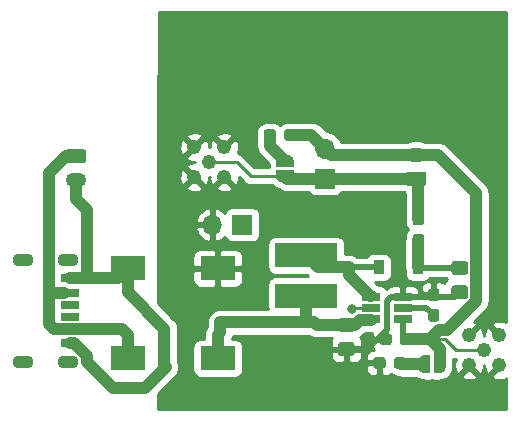
<source format=gtl>
G04 #@! TF.GenerationSoftware,KiCad,Pcbnew,(5.1.5-0)*
G04 #@! TF.CreationDate,2021-10-28T11:32:37-06:00*
G04 #@! TF.ProjectId,TPS61165-heater-v2,54505336-3131-4363-952d-686561746572,rev?*
G04 #@! TF.SameCoordinates,Original*
G04 #@! TF.FileFunction,Copper,L1,Top*
G04 #@! TF.FilePolarity,Positive*
%FSLAX46Y46*%
G04 Gerber Fmt 4.6, Leading zero omitted, Abs format (unit mm)*
G04 Created by KiCad (PCBNEW (5.1.5-0)) date 2021-10-28 11:32:37*
%MOMM*%
%LPD*%
G04 APERTURE LIST*
%ADD10R,3.000000X2.000000*%
%ADD11C,0.100000*%
%ADD12R,1.560000X0.650000*%
%ADD13C,1.240000*%
%ADD14O,1.700000X1.700000*%
%ADD15R,1.700000X1.700000*%
%ADD16R,5.300000X2.000000*%
%ADD17O,1.750000X1.200000*%
%ADD18O,1.800000X1.100000*%
%ADD19R,1.500000X0.800000*%
%ADD20R,1.500000X0.760000*%
%ADD21R,1.500000X0.700000*%
%ADD22R,0.900000X1.200000*%
%ADD23C,0.800000*%
%ADD24C,0.250000*%
%ADD25C,0.500000*%
%ADD26C,1.000000*%
%ADD27C,0.254000*%
G04 APERTURE END LIST*
D10*
X127300000Y-77390000D03*
X127300000Y-85010000D03*
X134900000Y-85010000D03*
X134900000Y-77390000D03*
G04 #@! TA.AperFunction,SMDPad,CuDef*
D11*
G36*
X148910779Y-84926144D02*
G01*
X148933834Y-84929563D01*
X148956443Y-84935227D01*
X148978387Y-84943079D01*
X148999457Y-84953044D01*
X149019448Y-84965026D01*
X149038168Y-84978910D01*
X149055438Y-84994562D01*
X149071090Y-85011832D01*
X149084974Y-85030552D01*
X149096956Y-85050543D01*
X149106921Y-85071613D01*
X149114773Y-85093557D01*
X149120437Y-85116166D01*
X149123856Y-85139221D01*
X149125000Y-85162500D01*
X149125000Y-85637500D01*
X149123856Y-85660779D01*
X149120437Y-85683834D01*
X149114773Y-85706443D01*
X149106921Y-85728387D01*
X149096956Y-85749457D01*
X149084974Y-85769448D01*
X149071090Y-85788168D01*
X149055438Y-85805438D01*
X149038168Y-85821090D01*
X149019448Y-85834974D01*
X148999457Y-85846956D01*
X148978387Y-85856921D01*
X148956443Y-85864773D01*
X148933834Y-85870437D01*
X148910779Y-85873856D01*
X148887500Y-85875000D01*
X148312500Y-85875000D01*
X148289221Y-85873856D01*
X148266166Y-85870437D01*
X148243557Y-85864773D01*
X148221613Y-85856921D01*
X148200543Y-85846956D01*
X148180552Y-85834974D01*
X148161832Y-85821090D01*
X148144562Y-85805438D01*
X148128910Y-85788168D01*
X148115026Y-85769448D01*
X148103044Y-85749457D01*
X148093079Y-85728387D01*
X148085227Y-85706443D01*
X148079563Y-85683834D01*
X148076144Y-85660779D01*
X148075000Y-85637500D01*
X148075000Y-85162500D01*
X148076144Y-85139221D01*
X148079563Y-85116166D01*
X148085227Y-85093557D01*
X148093079Y-85071613D01*
X148103044Y-85050543D01*
X148115026Y-85030552D01*
X148128910Y-85011832D01*
X148144562Y-84994562D01*
X148161832Y-84978910D01*
X148180552Y-84965026D01*
X148200543Y-84953044D01*
X148221613Y-84943079D01*
X148243557Y-84935227D01*
X148266166Y-84929563D01*
X148289221Y-84926144D01*
X148312500Y-84925000D01*
X148887500Y-84925000D01*
X148910779Y-84926144D01*
G37*
G04 #@! TD.AperFunction*
G04 #@! TA.AperFunction,SMDPad,CuDef*
G36*
X150660779Y-84926144D02*
G01*
X150683834Y-84929563D01*
X150706443Y-84935227D01*
X150728387Y-84943079D01*
X150749457Y-84953044D01*
X150769448Y-84965026D01*
X150788168Y-84978910D01*
X150805438Y-84994562D01*
X150821090Y-85011832D01*
X150834974Y-85030552D01*
X150846956Y-85050543D01*
X150856921Y-85071613D01*
X150864773Y-85093557D01*
X150870437Y-85116166D01*
X150873856Y-85139221D01*
X150875000Y-85162500D01*
X150875000Y-85637500D01*
X150873856Y-85660779D01*
X150870437Y-85683834D01*
X150864773Y-85706443D01*
X150856921Y-85728387D01*
X150846956Y-85749457D01*
X150834974Y-85769448D01*
X150821090Y-85788168D01*
X150805438Y-85805438D01*
X150788168Y-85821090D01*
X150769448Y-85834974D01*
X150749457Y-85846956D01*
X150728387Y-85856921D01*
X150706443Y-85864773D01*
X150683834Y-85870437D01*
X150660779Y-85873856D01*
X150637500Y-85875000D01*
X150062500Y-85875000D01*
X150039221Y-85873856D01*
X150016166Y-85870437D01*
X149993557Y-85864773D01*
X149971613Y-85856921D01*
X149950543Y-85846956D01*
X149930552Y-85834974D01*
X149911832Y-85821090D01*
X149894562Y-85805438D01*
X149878910Y-85788168D01*
X149865026Y-85769448D01*
X149853044Y-85749457D01*
X149843079Y-85728387D01*
X149835227Y-85706443D01*
X149829563Y-85683834D01*
X149826144Y-85660779D01*
X149825000Y-85637500D01*
X149825000Y-85162500D01*
X149826144Y-85139221D01*
X149829563Y-85116166D01*
X149835227Y-85093557D01*
X149843079Y-85071613D01*
X149853044Y-85050543D01*
X149865026Y-85030552D01*
X149878910Y-85011832D01*
X149894562Y-84994562D01*
X149911832Y-84978910D01*
X149930552Y-84965026D01*
X149950543Y-84953044D01*
X149971613Y-84943079D01*
X149993557Y-84935227D01*
X150016166Y-84929563D01*
X150039221Y-84926144D01*
X150062500Y-84925000D01*
X150637500Y-84925000D01*
X150660779Y-84926144D01*
G37*
G04 #@! TD.AperFunction*
G04 #@! TA.AperFunction,SMDPad,CuDef*
G36*
X139635779Y-65626144D02*
G01*
X139658834Y-65629563D01*
X139681443Y-65635227D01*
X139703387Y-65643079D01*
X139724457Y-65653044D01*
X139744448Y-65665026D01*
X139763168Y-65678910D01*
X139780438Y-65694562D01*
X139796090Y-65711832D01*
X139809974Y-65730552D01*
X139821956Y-65750543D01*
X139831921Y-65771613D01*
X139839773Y-65793557D01*
X139845437Y-65816166D01*
X139848856Y-65839221D01*
X139850000Y-65862500D01*
X139850000Y-66337500D01*
X139848856Y-66360779D01*
X139845437Y-66383834D01*
X139839773Y-66406443D01*
X139831921Y-66428387D01*
X139821956Y-66449457D01*
X139809974Y-66469448D01*
X139796090Y-66488168D01*
X139780438Y-66505438D01*
X139763168Y-66521090D01*
X139744448Y-66534974D01*
X139724457Y-66546956D01*
X139703387Y-66556921D01*
X139681443Y-66564773D01*
X139658834Y-66570437D01*
X139635779Y-66573856D01*
X139612500Y-66575000D01*
X139037500Y-66575000D01*
X139014221Y-66573856D01*
X138991166Y-66570437D01*
X138968557Y-66564773D01*
X138946613Y-66556921D01*
X138925543Y-66546956D01*
X138905552Y-66534974D01*
X138886832Y-66521090D01*
X138869562Y-66505438D01*
X138853910Y-66488168D01*
X138840026Y-66469448D01*
X138828044Y-66449457D01*
X138818079Y-66428387D01*
X138810227Y-66406443D01*
X138804563Y-66383834D01*
X138801144Y-66360779D01*
X138800000Y-66337500D01*
X138800000Y-65862500D01*
X138801144Y-65839221D01*
X138804563Y-65816166D01*
X138810227Y-65793557D01*
X138818079Y-65771613D01*
X138828044Y-65750543D01*
X138840026Y-65730552D01*
X138853910Y-65711832D01*
X138869562Y-65694562D01*
X138886832Y-65678910D01*
X138905552Y-65665026D01*
X138925543Y-65653044D01*
X138946613Y-65643079D01*
X138968557Y-65635227D01*
X138991166Y-65629563D01*
X139014221Y-65626144D01*
X139037500Y-65625000D01*
X139612500Y-65625000D01*
X139635779Y-65626144D01*
G37*
G04 #@! TD.AperFunction*
G04 #@! TA.AperFunction,SMDPad,CuDef*
G36*
X141385779Y-65626144D02*
G01*
X141408834Y-65629563D01*
X141431443Y-65635227D01*
X141453387Y-65643079D01*
X141474457Y-65653044D01*
X141494448Y-65665026D01*
X141513168Y-65678910D01*
X141530438Y-65694562D01*
X141546090Y-65711832D01*
X141559974Y-65730552D01*
X141571956Y-65750543D01*
X141581921Y-65771613D01*
X141589773Y-65793557D01*
X141595437Y-65816166D01*
X141598856Y-65839221D01*
X141600000Y-65862500D01*
X141600000Y-66337500D01*
X141598856Y-66360779D01*
X141595437Y-66383834D01*
X141589773Y-66406443D01*
X141581921Y-66428387D01*
X141571956Y-66449457D01*
X141559974Y-66469448D01*
X141546090Y-66488168D01*
X141530438Y-66505438D01*
X141513168Y-66521090D01*
X141494448Y-66534974D01*
X141474457Y-66546956D01*
X141453387Y-66556921D01*
X141431443Y-66564773D01*
X141408834Y-66570437D01*
X141385779Y-66573856D01*
X141362500Y-66575000D01*
X140787500Y-66575000D01*
X140764221Y-66573856D01*
X140741166Y-66570437D01*
X140718557Y-66564773D01*
X140696613Y-66556921D01*
X140675543Y-66546956D01*
X140655552Y-66534974D01*
X140636832Y-66521090D01*
X140619562Y-66505438D01*
X140603910Y-66488168D01*
X140590026Y-66469448D01*
X140578044Y-66449457D01*
X140568079Y-66428387D01*
X140560227Y-66406443D01*
X140554563Y-66383834D01*
X140551144Y-66360779D01*
X140550000Y-66337500D01*
X140550000Y-65862500D01*
X140551144Y-65839221D01*
X140554563Y-65816166D01*
X140560227Y-65793557D01*
X140568079Y-65771613D01*
X140578044Y-65750543D01*
X140590026Y-65730552D01*
X140603910Y-65711832D01*
X140619562Y-65694562D01*
X140636832Y-65678910D01*
X140655552Y-65665026D01*
X140675543Y-65653044D01*
X140696613Y-65643079D01*
X140718557Y-65635227D01*
X140741166Y-65629563D01*
X140764221Y-65626144D01*
X140787500Y-65625000D01*
X141362500Y-65625000D01*
X141385779Y-65626144D01*
G37*
G04 #@! TD.AperFunction*
G04 #@! TA.AperFunction,SMDPad,CuDef*
G36*
X139850602Y-68300000D02*
G01*
X139850602Y-68275466D01*
X139855412Y-68226635D01*
X139864984Y-68178510D01*
X139879228Y-68131555D01*
X139898005Y-68086222D01*
X139921136Y-68042949D01*
X139948396Y-68002150D01*
X139979524Y-67964221D01*
X140014221Y-67929524D01*
X140052150Y-67898396D01*
X140092949Y-67871136D01*
X140136222Y-67848005D01*
X140181555Y-67829228D01*
X140228510Y-67814984D01*
X140276635Y-67805412D01*
X140325466Y-67800602D01*
X140350000Y-67800602D01*
X140350000Y-67800000D01*
X140850000Y-67800000D01*
X140850000Y-67800602D01*
X140874534Y-67800602D01*
X140923365Y-67805412D01*
X140971490Y-67814984D01*
X141018445Y-67829228D01*
X141063778Y-67848005D01*
X141107051Y-67871136D01*
X141147850Y-67898396D01*
X141185779Y-67929524D01*
X141220476Y-67964221D01*
X141251604Y-68002150D01*
X141278864Y-68042949D01*
X141301995Y-68086222D01*
X141320772Y-68131555D01*
X141335016Y-68178510D01*
X141344588Y-68226635D01*
X141349398Y-68275466D01*
X141349398Y-68300000D01*
X141350000Y-68300000D01*
X141350000Y-68800000D01*
X139850000Y-68800000D01*
X139850000Y-68300000D01*
X139850602Y-68300000D01*
G37*
G04 #@! TD.AperFunction*
G04 #@! TA.AperFunction,SMDPad,CuDef*
G36*
X141350000Y-69100000D02*
G01*
X141350000Y-69600000D01*
X141349398Y-69600000D01*
X141349398Y-69624534D01*
X141344588Y-69673365D01*
X141335016Y-69721490D01*
X141320772Y-69768445D01*
X141301995Y-69813778D01*
X141278864Y-69857051D01*
X141251604Y-69897850D01*
X141220476Y-69935779D01*
X141185779Y-69970476D01*
X141147850Y-70001604D01*
X141107051Y-70028864D01*
X141063778Y-70051995D01*
X141018445Y-70070772D01*
X140971490Y-70085016D01*
X140923365Y-70094588D01*
X140874534Y-70099398D01*
X140850000Y-70099398D01*
X140850000Y-70100000D01*
X140350000Y-70100000D01*
X140350000Y-70099398D01*
X140325466Y-70099398D01*
X140276635Y-70094588D01*
X140228510Y-70085016D01*
X140181555Y-70070772D01*
X140136222Y-70051995D01*
X140092949Y-70028864D01*
X140052150Y-70001604D01*
X140014221Y-69970476D01*
X139979524Y-69935779D01*
X139948396Y-69897850D01*
X139921136Y-69857051D01*
X139898005Y-69813778D01*
X139879228Y-69768445D01*
X139864984Y-69721490D01*
X139855412Y-69673365D01*
X139850602Y-69624534D01*
X139850602Y-69600000D01*
X139850000Y-69600000D01*
X139850000Y-69100000D01*
X141350000Y-69100000D01*
G37*
G04 #@! TD.AperFunction*
G04 #@! TA.AperFunction,SMDPad,CuDef*
G36*
X152400000Y-86249398D02*
G01*
X152375466Y-86249398D01*
X152326635Y-86244588D01*
X152278510Y-86235016D01*
X152231555Y-86220772D01*
X152186222Y-86201995D01*
X152142949Y-86178864D01*
X152102150Y-86151604D01*
X152064221Y-86120476D01*
X152029524Y-86085779D01*
X151998396Y-86047850D01*
X151971136Y-86007051D01*
X151948005Y-85963778D01*
X151929228Y-85918445D01*
X151914984Y-85871490D01*
X151905412Y-85823365D01*
X151900602Y-85774534D01*
X151900602Y-85750000D01*
X151900000Y-85750000D01*
X151900000Y-85250000D01*
X151900602Y-85250000D01*
X151900602Y-85225466D01*
X151905412Y-85176635D01*
X151914984Y-85128510D01*
X151929228Y-85081555D01*
X151948005Y-85036222D01*
X151971136Y-84992949D01*
X151998396Y-84952150D01*
X152029524Y-84914221D01*
X152064221Y-84879524D01*
X152102150Y-84848396D01*
X152142949Y-84821136D01*
X152186222Y-84798005D01*
X152231555Y-84779228D01*
X152278510Y-84764984D01*
X152326635Y-84755412D01*
X152375466Y-84750602D01*
X152400000Y-84750602D01*
X152400000Y-84750000D01*
X152900000Y-84750000D01*
X152900000Y-86250000D01*
X152400000Y-86250000D01*
X152400000Y-86249398D01*
G37*
G04 #@! TD.AperFunction*
G04 #@! TA.AperFunction,SMDPad,CuDef*
G36*
X153200000Y-84750000D02*
G01*
X153700000Y-84750000D01*
X153700000Y-84750602D01*
X153724534Y-84750602D01*
X153773365Y-84755412D01*
X153821490Y-84764984D01*
X153868445Y-84779228D01*
X153913778Y-84798005D01*
X153957051Y-84821136D01*
X153997850Y-84848396D01*
X154035779Y-84879524D01*
X154070476Y-84914221D01*
X154101604Y-84952150D01*
X154128864Y-84992949D01*
X154151995Y-85036222D01*
X154170772Y-85081555D01*
X154185016Y-85128510D01*
X154194588Y-85176635D01*
X154199398Y-85225466D01*
X154199398Y-85250000D01*
X154200000Y-85250000D01*
X154200000Y-85750000D01*
X154199398Y-85750000D01*
X154199398Y-85774534D01*
X154194588Y-85823365D01*
X154185016Y-85871490D01*
X154170772Y-85918445D01*
X154151995Y-85963778D01*
X154128864Y-86007051D01*
X154101604Y-86047850D01*
X154070476Y-86085779D01*
X154035779Y-86120476D01*
X153997850Y-86151604D01*
X153957051Y-86178864D01*
X153913778Y-86201995D01*
X153868445Y-86220772D01*
X153821490Y-86235016D01*
X153773365Y-86244588D01*
X153724534Y-86249398D01*
X153700000Y-86249398D01*
X153700000Y-86250000D01*
X153200000Y-86250000D01*
X153200000Y-84750000D01*
G37*
G04 #@! TD.AperFunction*
D12*
X147880000Y-80730000D03*
X147880000Y-81680000D03*
X147880000Y-79780000D03*
X150580000Y-79780000D03*
X150580000Y-80730000D03*
X150580000Y-81680000D03*
D13*
X156190000Y-85610000D03*
X158730000Y-83070000D03*
X158730000Y-85610000D03*
X156190000Y-83070000D03*
X157460000Y-84340000D03*
D14*
X134460000Y-73700000D03*
D15*
X137000000Y-73700000D03*
D16*
X142400000Y-76300000D03*
X142400000Y-79700000D03*
G04 #@! TA.AperFunction,SMDPad,CuDef*
D11*
G36*
X152160779Y-74451144D02*
G01*
X152183834Y-74454563D01*
X152206443Y-74460227D01*
X152228387Y-74468079D01*
X152249457Y-74478044D01*
X152269448Y-74490026D01*
X152288168Y-74503910D01*
X152305438Y-74519562D01*
X152321090Y-74536832D01*
X152334974Y-74555552D01*
X152346956Y-74575543D01*
X152356921Y-74596613D01*
X152364773Y-74618557D01*
X152370437Y-74641166D01*
X152373856Y-74664221D01*
X152375000Y-74687500D01*
X152375000Y-75262500D01*
X152373856Y-75285779D01*
X152370437Y-75308834D01*
X152364773Y-75331443D01*
X152356921Y-75353387D01*
X152346956Y-75374457D01*
X152334974Y-75394448D01*
X152321090Y-75413168D01*
X152305438Y-75430438D01*
X152288168Y-75446090D01*
X152269448Y-75459974D01*
X152249457Y-75471956D01*
X152228387Y-75481921D01*
X152206443Y-75489773D01*
X152183834Y-75495437D01*
X152160779Y-75498856D01*
X152137500Y-75500000D01*
X151662500Y-75500000D01*
X151639221Y-75498856D01*
X151616166Y-75495437D01*
X151593557Y-75489773D01*
X151571613Y-75481921D01*
X151550543Y-75471956D01*
X151530552Y-75459974D01*
X151511832Y-75446090D01*
X151494562Y-75430438D01*
X151478910Y-75413168D01*
X151465026Y-75394448D01*
X151453044Y-75374457D01*
X151443079Y-75353387D01*
X151435227Y-75331443D01*
X151429563Y-75308834D01*
X151426144Y-75285779D01*
X151425000Y-75262500D01*
X151425000Y-74687500D01*
X151426144Y-74664221D01*
X151429563Y-74641166D01*
X151435227Y-74618557D01*
X151443079Y-74596613D01*
X151453044Y-74575543D01*
X151465026Y-74555552D01*
X151478910Y-74536832D01*
X151494562Y-74519562D01*
X151511832Y-74503910D01*
X151530552Y-74490026D01*
X151550543Y-74478044D01*
X151571613Y-74468079D01*
X151593557Y-74460227D01*
X151616166Y-74454563D01*
X151639221Y-74451144D01*
X151662500Y-74450000D01*
X152137500Y-74450000D01*
X152160779Y-74451144D01*
G37*
G04 #@! TD.AperFunction*
G04 #@! TA.AperFunction,SMDPad,CuDef*
G36*
X152160779Y-72701144D02*
G01*
X152183834Y-72704563D01*
X152206443Y-72710227D01*
X152228387Y-72718079D01*
X152249457Y-72728044D01*
X152269448Y-72740026D01*
X152288168Y-72753910D01*
X152305438Y-72769562D01*
X152321090Y-72786832D01*
X152334974Y-72805552D01*
X152346956Y-72825543D01*
X152356921Y-72846613D01*
X152364773Y-72868557D01*
X152370437Y-72891166D01*
X152373856Y-72914221D01*
X152375000Y-72937500D01*
X152375000Y-73512500D01*
X152373856Y-73535779D01*
X152370437Y-73558834D01*
X152364773Y-73581443D01*
X152356921Y-73603387D01*
X152346956Y-73624457D01*
X152334974Y-73644448D01*
X152321090Y-73663168D01*
X152305438Y-73680438D01*
X152288168Y-73696090D01*
X152269448Y-73709974D01*
X152249457Y-73721956D01*
X152228387Y-73731921D01*
X152206443Y-73739773D01*
X152183834Y-73745437D01*
X152160779Y-73748856D01*
X152137500Y-73750000D01*
X151662500Y-73750000D01*
X151639221Y-73748856D01*
X151616166Y-73745437D01*
X151593557Y-73739773D01*
X151571613Y-73731921D01*
X151550543Y-73721956D01*
X151530552Y-73709974D01*
X151511832Y-73696090D01*
X151494562Y-73680438D01*
X151478910Y-73663168D01*
X151465026Y-73644448D01*
X151453044Y-73624457D01*
X151443079Y-73603387D01*
X151435227Y-73581443D01*
X151429563Y-73558834D01*
X151426144Y-73535779D01*
X151425000Y-73512500D01*
X151425000Y-72937500D01*
X151426144Y-72914221D01*
X151429563Y-72891166D01*
X151435227Y-72868557D01*
X151443079Y-72846613D01*
X151453044Y-72825543D01*
X151465026Y-72805552D01*
X151478910Y-72786832D01*
X151494562Y-72769562D01*
X151511832Y-72753910D01*
X151530552Y-72740026D01*
X151550543Y-72728044D01*
X151571613Y-72718079D01*
X151593557Y-72710227D01*
X151616166Y-72704563D01*
X151639221Y-72701144D01*
X151662500Y-72700000D01*
X152137500Y-72700000D01*
X152160779Y-72701144D01*
G37*
G04 #@! TD.AperFunction*
G04 #@! TA.AperFunction,SMDPad,CuDef*
G36*
X149435779Y-82926144D02*
G01*
X149458834Y-82929563D01*
X149481443Y-82935227D01*
X149503387Y-82943079D01*
X149524457Y-82953044D01*
X149544448Y-82965026D01*
X149563168Y-82978910D01*
X149580438Y-82994562D01*
X149596090Y-83011832D01*
X149609974Y-83030552D01*
X149621956Y-83050543D01*
X149631921Y-83071613D01*
X149639773Y-83093557D01*
X149645437Y-83116166D01*
X149648856Y-83139221D01*
X149650000Y-83162500D01*
X149650000Y-83637500D01*
X149648856Y-83660779D01*
X149645437Y-83683834D01*
X149639773Y-83706443D01*
X149631921Y-83728387D01*
X149621956Y-83749457D01*
X149609974Y-83769448D01*
X149596090Y-83788168D01*
X149580438Y-83805438D01*
X149563168Y-83821090D01*
X149544448Y-83834974D01*
X149524457Y-83846956D01*
X149503387Y-83856921D01*
X149481443Y-83864773D01*
X149458834Y-83870437D01*
X149435779Y-83873856D01*
X149412500Y-83875000D01*
X148837500Y-83875000D01*
X148814221Y-83873856D01*
X148791166Y-83870437D01*
X148768557Y-83864773D01*
X148746613Y-83856921D01*
X148725543Y-83846956D01*
X148705552Y-83834974D01*
X148686832Y-83821090D01*
X148669562Y-83805438D01*
X148653910Y-83788168D01*
X148640026Y-83769448D01*
X148628044Y-83749457D01*
X148618079Y-83728387D01*
X148610227Y-83706443D01*
X148604563Y-83683834D01*
X148601144Y-83660779D01*
X148600000Y-83637500D01*
X148600000Y-83162500D01*
X148601144Y-83139221D01*
X148604563Y-83116166D01*
X148610227Y-83093557D01*
X148618079Y-83071613D01*
X148628044Y-83050543D01*
X148640026Y-83030552D01*
X148653910Y-83011832D01*
X148669562Y-82994562D01*
X148686832Y-82978910D01*
X148705552Y-82965026D01*
X148725543Y-82953044D01*
X148746613Y-82943079D01*
X148768557Y-82935227D01*
X148791166Y-82929563D01*
X148814221Y-82926144D01*
X148837500Y-82925000D01*
X149412500Y-82925000D01*
X149435779Y-82926144D01*
G37*
G04 #@! TD.AperFunction*
G04 #@! TA.AperFunction,SMDPad,CuDef*
G36*
X151185779Y-82926144D02*
G01*
X151208834Y-82929563D01*
X151231443Y-82935227D01*
X151253387Y-82943079D01*
X151274457Y-82953044D01*
X151294448Y-82965026D01*
X151313168Y-82978910D01*
X151330438Y-82994562D01*
X151346090Y-83011832D01*
X151359974Y-83030552D01*
X151371956Y-83050543D01*
X151381921Y-83071613D01*
X151389773Y-83093557D01*
X151395437Y-83116166D01*
X151398856Y-83139221D01*
X151400000Y-83162500D01*
X151400000Y-83637500D01*
X151398856Y-83660779D01*
X151395437Y-83683834D01*
X151389773Y-83706443D01*
X151381921Y-83728387D01*
X151371956Y-83749457D01*
X151359974Y-83769448D01*
X151346090Y-83788168D01*
X151330438Y-83805438D01*
X151313168Y-83821090D01*
X151294448Y-83834974D01*
X151274457Y-83846956D01*
X151253387Y-83856921D01*
X151231443Y-83864773D01*
X151208834Y-83870437D01*
X151185779Y-83873856D01*
X151162500Y-83875000D01*
X150587500Y-83875000D01*
X150564221Y-83873856D01*
X150541166Y-83870437D01*
X150518557Y-83864773D01*
X150496613Y-83856921D01*
X150475543Y-83846956D01*
X150455552Y-83834974D01*
X150436832Y-83821090D01*
X150419562Y-83805438D01*
X150403910Y-83788168D01*
X150390026Y-83769448D01*
X150378044Y-83749457D01*
X150368079Y-83728387D01*
X150360227Y-83706443D01*
X150354563Y-83683834D01*
X150351144Y-83660779D01*
X150350000Y-83637500D01*
X150350000Y-83162500D01*
X150351144Y-83139221D01*
X150354563Y-83116166D01*
X150360227Y-83093557D01*
X150368079Y-83071613D01*
X150378044Y-83050543D01*
X150390026Y-83030552D01*
X150403910Y-83011832D01*
X150419562Y-82994562D01*
X150436832Y-82978910D01*
X150455552Y-82965026D01*
X150475543Y-82953044D01*
X150496613Y-82943079D01*
X150518557Y-82935227D01*
X150541166Y-82929563D01*
X150564221Y-82926144D01*
X150587500Y-82925000D01*
X151162500Y-82925000D01*
X151185779Y-82926144D01*
G37*
G04 #@! TD.AperFunction*
D13*
X135470000Y-67130000D03*
X132930000Y-69670000D03*
X132930000Y-67130000D03*
X135470000Y-69670000D03*
X134200000Y-68400000D03*
D17*
X151700000Y-67800000D03*
G04 #@! TA.AperFunction,ComponentPad*
D11*
G36*
X152349505Y-69201204D02*
G01*
X152373773Y-69204804D01*
X152397572Y-69210765D01*
X152420671Y-69219030D01*
X152442850Y-69229520D01*
X152463893Y-69242132D01*
X152483599Y-69256747D01*
X152501777Y-69273223D01*
X152518253Y-69291401D01*
X152532868Y-69311107D01*
X152545480Y-69332150D01*
X152555970Y-69354329D01*
X152564235Y-69377428D01*
X152570196Y-69401227D01*
X152573796Y-69425495D01*
X152575000Y-69449999D01*
X152575000Y-70150001D01*
X152573796Y-70174505D01*
X152570196Y-70198773D01*
X152564235Y-70222572D01*
X152555970Y-70245671D01*
X152545480Y-70267850D01*
X152532868Y-70288893D01*
X152518253Y-70308599D01*
X152501777Y-70326777D01*
X152483599Y-70343253D01*
X152463893Y-70357868D01*
X152442850Y-70370480D01*
X152420671Y-70380970D01*
X152397572Y-70389235D01*
X152373773Y-70395196D01*
X152349505Y-70398796D01*
X152325001Y-70400000D01*
X151074999Y-70400000D01*
X151050495Y-70398796D01*
X151026227Y-70395196D01*
X151002428Y-70389235D01*
X150979329Y-70380970D01*
X150957150Y-70370480D01*
X150936107Y-70357868D01*
X150916401Y-70343253D01*
X150898223Y-70326777D01*
X150881747Y-70308599D01*
X150867132Y-70288893D01*
X150854520Y-70267850D01*
X150844030Y-70245671D01*
X150835765Y-70222572D01*
X150829804Y-70198773D01*
X150826204Y-70174505D01*
X150825000Y-70150001D01*
X150825000Y-69449999D01*
X150826204Y-69425495D01*
X150829804Y-69401227D01*
X150835765Y-69377428D01*
X150844030Y-69354329D01*
X150854520Y-69332150D01*
X150867132Y-69311107D01*
X150881747Y-69291401D01*
X150898223Y-69273223D01*
X150916401Y-69256747D01*
X150936107Y-69242132D01*
X150957150Y-69229520D01*
X150979329Y-69219030D01*
X151002428Y-69210765D01*
X151026227Y-69204804D01*
X151050495Y-69201204D01*
X151074999Y-69200000D01*
X152325001Y-69200000D01*
X152349505Y-69201204D01*
G37*
G04 #@! TD.AperFunction*
D14*
X144000000Y-67260000D03*
D15*
X144000000Y-69800000D03*
D17*
X122900000Y-69900000D03*
G04 #@! TA.AperFunction,ComponentPad*
D11*
G36*
X123549505Y-67301204D02*
G01*
X123573773Y-67304804D01*
X123597572Y-67310765D01*
X123620671Y-67319030D01*
X123642850Y-67329520D01*
X123663893Y-67342132D01*
X123683599Y-67356747D01*
X123701777Y-67373223D01*
X123718253Y-67391401D01*
X123732868Y-67411107D01*
X123745480Y-67432150D01*
X123755970Y-67454329D01*
X123764235Y-67477428D01*
X123770196Y-67501227D01*
X123773796Y-67525495D01*
X123775000Y-67549999D01*
X123775000Y-68250001D01*
X123773796Y-68274505D01*
X123770196Y-68298773D01*
X123764235Y-68322572D01*
X123755970Y-68345671D01*
X123745480Y-68367850D01*
X123732868Y-68388893D01*
X123718253Y-68408599D01*
X123701777Y-68426777D01*
X123683599Y-68443253D01*
X123663893Y-68457868D01*
X123642850Y-68470480D01*
X123620671Y-68480970D01*
X123597572Y-68489235D01*
X123573773Y-68495196D01*
X123549505Y-68498796D01*
X123525001Y-68500000D01*
X122274999Y-68500000D01*
X122250495Y-68498796D01*
X122226227Y-68495196D01*
X122202428Y-68489235D01*
X122179329Y-68480970D01*
X122157150Y-68470480D01*
X122136107Y-68457868D01*
X122116401Y-68443253D01*
X122098223Y-68426777D01*
X122081747Y-68408599D01*
X122067132Y-68388893D01*
X122054520Y-68367850D01*
X122044030Y-68345671D01*
X122035765Y-68322572D01*
X122029804Y-68298773D01*
X122026204Y-68274505D01*
X122025000Y-68250001D01*
X122025000Y-67549999D01*
X122026204Y-67525495D01*
X122029804Y-67501227D01*
X122035765Y-67477428D01*
X122044030Y-67454329D01*
X122054520Y-67432150D01*
X122067132Y-67411107D01*
X122081747Y-67391401D01*
X122098223Y-67373223D01*
X122116401Y-67356747D01*
X122136107Y-67342132D01*
X122157150Y-67329520D01*
X122179329Y-67319030D01*
X122202428Y-67310765D01*
X122226227Y-67304804D01*
X122250495Y-67301204D01*
X122274999Y-67300000D01*
X123525001Y-67300000D01*
X123549505Y-67301204D01*
G37*
G04 #@! TD.AperFunction*
D18*
X118425000Y-76680000D03*
X118425000Y-85320000D03*
X122225000Y-76680000D03*
X122225000Y-85320000D03*
D19*
X122375000Y-78250000D03*
D20*
X122375000Y-79480000D03*
D21*
X122375000Y-80500000D03*
X122375000Y-81500000D03*
D20*
X122375000Y-82520000D03*
D19*
X122375000Y-83750000D03*
D22*
X148550000Y-77300000D03*
X151850000Y-77300000D03*
G04 #@! TA.AperFunction,SMDPad,CuDef*
D11*
G36*
X146274505Y-83651204D02*
G01*
X146298773Y-83654804D01*
X146322572Y-83660765D01*
X146345671Y-83669030D01*
X146367850Y-83679520D01*
X146388893Y-83692132D01*
X146408599Y-83706747D01*
X146426777Y-83723223D01*
X146443253Y-83741401D01*
X146457868Y-83761107D01*
X146470480Y-83782150D01*
X146480970Y-83804329D01*
X146489235Y-83827428D01*
X146495196Y-83851227D01*
X146498796Y-83875495D01*
X146500000Y-83899999D01*
X146500000Y-84550001D01*
X146498796Y-84574505D01*
X146495196Y-84598773D01*
X146489235Y-84622572D01*
X146480970Y-84645671D01*
X146470480Y-84667850D01*
X146457868Y-84688893D01*
X146443253Y-84708599D01*
X146426777Y-84726777D01*
X146408599Y-84743253D01*
X146388893Y-84757868D01*
X146367850Y-84770480D01*
X146345671Y-84780970D01*
X146322572Y-84789235D01*
X146298773Y-84795196D01*
X146274505Y-84798796D01*
X146250001Y-84800000D01*
X145349999Y-84800000D01*
X145325495Y-84798796D01*
X145301227Y-84795196D01*
X145277428Y-84789235D01*
X145254329Y-84780970D01*
X145232150Y-84770480D01*
X145211107Y-84757868D01*
X145191401Y-84743253D01*
X145173223Y-84726777D01*
X145156747Y-84708599D01*
X145142132Y-84688893D01*
X145129520Y-84667850D01*
X145119030Y-84645671D01*
X145110765Y-84622572D01*
X145104804Y-84598773D01*
X145101204Y-84574505D01*
X145100000Y-84550001D01*
X145100000Y-83899999D01*
X145101204Y-83875495D01*
X145104804Y-83851227D01*
X145110765Y-83827428D01*
X145119030Y-83804329D01*
X145129520Y-83782150D01*
X145142132Y-83761107D01*
X145156747Y-83741401D01*
X145173223Y-83723223D01*
X145191401Y-83706747D01*
X145211107Y-83692132D01*
X145232150Y-83679520D01*
X145254329Y-83669030D01*
X145277428Y-83660765D01*
X145301227Y-83654804D01*
X145325495Y-83651204D01*
X145349999Y-83650000D01*
X146250001Y-83650000D01*
X146274505Y-83651204D01*
G37*
G04 #@! TD.AperFunction*
G04 #@! TA.AperFunction,SMDPad,CuDef*
G36*
X146274505Y-81601204D02*
G01*
X146298773Y-81604804D01*
X146322572Y-81610765D01*
X146345671Y-81619030D01*
X146367850Y-81629520D01*
X146388893Y-81642132D01*
X146408599Y-81656747D01*
X146426777Y-81673223D01*
X146443253Y-81691401D01*
X146457868Y-81711107D01*
X146470480Y-81732150D01*
X146480970Y-81754329D01*
X146489235Y-81777428D01*
X146495196Y-81801227D01*
X146498796Y-81825495D01*
X146500000Y-81849999D01*
X146500000Y-82500001D01*
X146498796Y-82524505D01*
X146495196Y-82548773D01*
X146489235Y-82572572D01*
X146480970Y-82595671D01*
X146470480Y-82617850D01*
X146457868Y-82638893D01*
X146443253Y-82658599D01*
X146426777Y-82676777D01*
X146408599Y-82693253D01*
X146388893Y-82707868D01*
X146367850Y-82720480D01*
X146345671Y-82730970D01*
X146322572Y-82739235D01*
X146298773Y-82745196D01*
X146274505Y-82748796D01*
X146250001Y-82750000D01*
X145349999Y-82750000D01*
X145325495Y-82748796D01*
X145301227Y-82745196D01*
X145277428Y-82739235D01*
X145254329Y-82730970D01*
X145232150Y-82720480D01*
X145211107Y-82707868D01*
X145191401Y-82693253D01*
X145173223Y-82676777D01*
X145156747Y-82658599D01*
X145142132Y-82638893D01*
X145129520Y-82617850D01*
X145119030Y-82595671D01*
X145110765Y-82572572D01*
X145104804Y-82548773D01*
X145101204Y-82524505D01*
X145100000Y-82500001D01*
X145100000Y-81849999D01*
X145101204Y-81825495D01*
X145104804Y-81801227D01*
X145110765Y-81777428D01*
X145119030Y-81754329D01*
X145129520Y-81732150D01*
X145142132Y-81711107D01*
X145156747Y-81691401D01*
X145173223Y-81673223D01*
X145191401Y-81656747D01*
X145211107Y-81642132D01*
X145232150Y-81629520D01*
X145254329Y-81619030D01*
X145277428Y-81610765D01*
X145301227Y-81604804D01*
X145325495Y-81601204D01*
X145349999Y-81600000D01*
X146250001Y-81600000D01*
X146274505Y-81601204D01*
G37*
G04 #@! TD.AperFunction*
G04 #@! TA.AperFunction,SMDPad,CuDef*
G36*
X155874505Y-78826204D02*
G01*
X155898773Y-78829804D01*
X155922572Y-78835765D01*
X155945671Y-78844030D01*
X155967850Y-78854520D01*
X155988893Y-78867132D01*
X156008599Y-78881747D01*
X156026777Y-78898223D01*
X156043253Y-78916401D01*
X156057868Y-78936107D01*
X156070480Y-78957150D01*
X156080970Y-78979329D01*
X156089235Y-79002428D01*
X156095196Y-79026227D01*
X156098796Y-79050495D01*
X156100000Y-79074999D01*
X156100000Y-79725001D01*
X156098796Y-79749505D01*
X156095196Y-79773773D01*
X156089235Y-79797572D01*
X156080970Y-79820671D01*
X156070480Y-79842850D01*
X156057868Y-79863893D01*
X156043253Y-79883599D01*
X156026777Y-79901777D01*
X156008599Y-79918253D01*
X155988893Y-79932868D01*
X155967850Y-79945480D01*
X155945671Y-79955970D01*
X155922572Y-79964235D01*
X155898773Y-79970196D01*
X155874505Y-79973796D01*
X155850001Y-79975000D01*
X154949999Y-79975000D01*
X154925495Y-79973796D01*
X154901227Y-79970196D01*
X154877428Y-79964235D01*
X154854329Y-79955970D01*
X154832150Y-79945480D01*
X154811107Y-79932868D01*
X154791401Y-79918253D01*
X154773223Y-79901777D01*
X154756747Y-79883599D01*
X154742132Y-79863893D01*
X154729520Y-79842850D01*
X154719030Y-79820671D01*
X154710765Y-79797572D01*
X154704804Y-79773773D01*
X154701204Y-79749505D01*
X154700000Y-79725001D01*
X154700000Y-79074999D01*
X154701204Y-79050495D01*
X154704804Y-79026227D01*
X154710765Y-79002428D01*
X154719030Y-78979329D01*
X154729520Y-78957150D01*
X154742132Y-78936107D01*
X154756747Y-78916401D01*
X154773223Y-78898223D01*
X154791401Y-78881747D01*
X154811107Y-78867132D01*
X154832150Y-78854520D01*
X154854329Y-78844030D01*
X154877428Y-78835765D01*
X154901227Y-78829804D01*
X154925495Y-78826204D01*
X154949999Y-78825000D01*
X155850001Y-78825000D01*
X155874505Y-78826204D01*
G37*
G04 #@! TD.AperFunction*
G04 #@! TA.AperFunction,SMDPad,CuDef*
G36*
X155874505Y-76776204D02*
G01*
X155898773Y-76779804D01*
X155922572Y-76785765D01*
X155945671Y-76794030D01*
X155967850Y-76804520D01*
X155988893Y-76817132D01*
X156008599Y-76831747D01*
X156026777Y-76848223D01*
X156043253Y-76866401D01*
X156057868Y-76886107D01*
X156070480Y-76907150D01*
X156080970Y-76929329D01*
X156089235Y-76952428D01*
X156095196Y-76976227D01*
X156098796Y-77000495D01*
X156100000Y-77024999D01*
X156100000Y-77675001D01*
X156098796Y-77699505D01*
X156095196Y-77723773D01*
X156089235Y-77747572D01*
X156080970Y-77770671D01*
X156070480Y-77792850D01*
X156057868Y-77813893D01*
X156043253Y-77833599D01*
X156026777Y-77851777D01*
X156008599Y-77868253D01*
X155988893Y-77882868D01*
X155967850Y-77895480D01*
X155945671Y-77905970D01*
X155922572Y-77914235D01*
X155898773Y-77920196D01*
X155874505Y-77923796D01*
X155850001Y-77925000D01*
X154949999Y-77925000D01*
X154925495Y-77923796D01*
X154901227Y-77920196D01*
X154877428Y-77914235D01*
X154854329Y-77905970D01*
X154832150Y-77895480D01*
X154811107Y-77882868D01*
X154791401Y-77868253D01*
X154773223Y-77851777D01*
X154756747Y-77833599D01*
X154742132Y-77813893D01*
X154729520Y-77792850D01*
X154719030Y-77770671D01*
X154710765Y-77747572D01*
X154704804Y-77723773D01*
X154701204Y-77699505D01*
X154700000Y-77675001D01*
X154700000Y-77024999D01*
X154701204Y-77000495D01*
X154704804Y-76976227D01*
X154710765Y-76952428D01*
X154719030Y-76929329D01*
X154729520Y-76907150D01*
X154742132Y-76886107D01*
X154756747Y-76866401D01*
X154773223Y-76848223D01*
X154791401Y-76831747D01*
X154811107Y-76817132D01*
X154832150Y-76804520D01*
X154854329Y-76794030D01*
X154877428Y-76785765D01*
X154901227Y-76779804D01*
X154925495Y-76776204D01*
X154949999Y-76775000D01*
X155850001Y-76775000D01*
X155874505Y-76776204D01*
G37*
G04 #@! TD.AperFunction*
G04 #@! TA.AperFunction,SMDPad,CuDef*
G36*
X153460779Y-79101144D02*
G01*
X153483834Y-79104563D01*
X153506443Y-79110227D01*
X153528387Y-79118079D01*
X153549457Y-79128044D01*
X153569448Y-79140026D01*
X153588168Y-79153910D01*
X153605438Y-79169562D01*
X153621090Y-79186832D01*
X153634974Y-79205552D01*
X153646956Y-79225543D01*
X153656921Y-79246613D01*
X153664773Y-79268557D01*
X153670437Y-79291166D01*
X153673856Y-79314221D01*
X153675000Y-79337500D01*
X153675000Y-79912500D01*
X153673856Y-79935779D01*
X153670437Y-79958834D01*
X153664773Y-79981443D01*
X153656921Y-80003387D01*
X153646956Y-80024457D01*
X153634974Y-80044448D01*
X153621090Y-80063168D01*
X153605438Y-80080438D01*
X153588168Y-80096090D01*
X153569448Y-80109974D01*
X153549457Y-80121956D01*
X153528387Y-80131921D01*
X153506443Y-80139773D01*
X153483834Y-80145437D01*
X153460779Y-80148856D01*
X153437500Y-80150000D01*
X152962500Y-80150000D01*
X152939221Y-80148856D01*
X152916166Y-80145437D01*
X152893557Y-80139773D01*
X152871613Y-80131921D01*
X152850543Y-80121956D01*
X152830552Y-80109974D01*
X152811832Y-80096090D01*
X152794562Y-80080438D01*
X152778910Y-80063168D01*
X152765026Y-80044448D01*
X152753044Y-80024457D01*
X152743079Y-80003387D01*
X152735227Y-79981443D01*
X152729563Y-79958834D01*
X152726144Y-79935779D01*
X152725000Y-79912500D01*
X152725000Y-79337500D01*
X152726144Y-79314221D01*
X152729563Y-79291166D01*
X152735227Y-79268557D01*
X152743079Y-79246613D01*
X152753044Y-79225543D01*
X152765026Y-79205552D01*
X152778910Y-79186832D01*
X152794562Y-79169562D01*
X152811832Y-79153910D01*
X152830552Y-79140026D01*
X152850543Y-79128044D01*
X152871613Y-79118079D01*
X152893557Y-79110227D01*
X152916166Y-79104563D01*
X152939221Y-79101144D01*
X152962500Y-79100000D01*
X153437500Y-79100000D01*
X153460779Y-79101144D01*
G37*
G04 #@! TD.AperFunction*
G04 #@! TA.AperFunction,SMDPad,CuDef*
G36*
X153460779Y-80851144D02*
G01*
X153483834Y-80854563D01*
X153506443Y-80860227D01*
X153528387Y-80868079D01*
X153549457Y-80878044D01*
X153569448Y-80890026D01*
X153588168Y-80903910D01*
X153605438Y-80919562D01*
X153621090Y-80936832D01*
X153634974Y-80955552D01*
X153646956Y-80975543D01*
X153656921Y-80996613D01*
X153664773Y-81018557D01*
X153670437Y-81041166D01*
X153673856Y-81064221D01*
X153675000Y-81087500D01*
X153675000Y-81662500D01*
X153673856Y-81685779D01*
X153670437Y-81708834D01*
X153664773Y-81731443D01*
X153656921Y-81753387D01*
X153646956Y-81774457D01*
X153634974Y-81794448D01*
X153621090Y-81813168D01*
X153605438Y-81830438D01*
X153588168Y-81846090D01*
X153569448Y-81859974D01*
X153549457Y-81871956D01*
X153528387Y-81881921D01*
X153506443Y-81889773D01*
X153483834Y-81895437D01*
X153460779Y-81898856D01*
X153437500Y-81900000D01*
X152962500Y-81900000D01*
X152939221Y-81898856D01*
X152916166Y-81895437D01*
X152893557Y-81889773D01*
X152871613Y-81881921D01*
X152850543Y-81871956D01*
X152830552Y-81859974D01*
X152811832Y-81846090D01*
X152794562Y-81830438D01*
X152778910Y-81813168D01*
X152765026Y-81794448D01*
X152753044Y-81774457D01*
X152743079Y-81753387D01*
X152735227Y-81731443D01*
X152729563Y-81708834D01*
X152726144Y-81685779D01*
X152725000Y-81662500D01*
X152725000Y-81087500D01*
X152726144Y-81064221D01*
X152729563Y-81041166D01*
X152735227Y-81018557D01*
X152743079Y-80996613D01*
X152753044Y-80975543D01*
X152765026Y-80955552D01*
X152778910Y-80936832D01*
X152794562Y-80919562D01*
X152811832Y-80903910D01*
X152830552Y-80890026D01*
X152850543Y-80878044D01*
X152871613Y-80868079D01*
X152893557Y-80860227D01*
X152916166Y-80854563D01*
X152939221Y-80851144D01*
X152962500Y-80850000D01*
X153437500Y-80850000D01*
X153460779Y-80851144D01*
G37*
G04 #@! TD.AperFunction*
D23*
X146300000Y-80800000D03*
D24*
X150020000Y-79980000D02*
X150500000Y-79500000D01*
D25*
X149614998Y-79780000D02*
X149200000Y-80194998D01*
X150580000Y-79780000D02*
X149614998Y-79780000D01*
X149200000Y-80194998D02*
X149200000Y-82600000D01*
X147575000Y-84225000D02*
X145800000Y-84225000D01*
X149200000Y-82600000D02*
X147575000Y-84225000D01*
X155020000Y-79780000D02*
X155400000Y-79400000D01*
X150580000Y-79780000D02*
X155020000Y-79780000D01*
X149125000Y-82675000D02*
X149125000Y-83400000D01*
X149200000Y-82600000D02*
X149125000Y-82675000D01*
X152555000Y-80730000D02*
X153200000Y-81375000D01*
X150580000Y-80730000D02*
X152555000Y-80730000D01*
X151900000Y-77350000D02*
X151850000Y-77300000D01*
X155400000Y-77350000D02*
X151900000Y-77350000D01*
D26*
X151850000Y-75025000D02*
X151900000Y-74975000D01*
X151850000Y-77300000D02*
X151850000Y-75025000D01*
X135137000Y-81970000D02*
X143070000Y-81970000D01*
X143275000Y-82175000D02*
X145800000Y-82175000D01*
X143070000Y-81970000D02*
X143275000Y-82175000D01*
X146924999Y-81755001D02*
X147880000Y-81755001D01*
X146505000Y-82175000D02*
X146924999Y-81755001D01*
X145800000Y-82175000D02*
X146505000Y-82175000D01*
X142670000Y-81970000D02*
X142400000Y-81700000D01*
X142400000Y-81700000D02*
X142400000Y-79700000D01*
X143070000Y-81970000D02*
X142670000Y-81970000D01*
X134900000Y-83010000D02*
X135137000Y-82773000D01*
X135137000Y-82773000D02*
X135137000Y-81970000D01*
X134900000Y-85010000D02*
X134900000Y-83010000D01*
X147804999Y-79704999D02*
X147880000Y-79704999D01*
X146020000Y-77920000D02*
X147804999Y-79704999D01*
X146020000Y-77300000D02*
X146020000Y-77920000D01*
D25*
X148550000Y-77300000D02*
X146020000Y-77300000D01*
D26*
X143400000Y-77300000D02*
X142400000Y-76300000D01*
X146020000Y-77300000D02*
X143400000Y-77300000D01*
X123825010Y-72425010D02*
X123825010Y-78174990D01*
X122900000Y-71500000D02*
X123825010Y-72425010D01*
X123800000Y-78200000D02*
X122375000Y-78250000D01*
X123825010Y-78174990D02*
X123800000Y-78200000D01*
X122900000Y-69900000D02*
X122900000Y-71500000D01*
X122025000Y-67900000D02*
X120624990Y-69300010D01*
X120624990Y-69300010D02*
X120624990Y-79289990D01*
X122900000Y-67900000D02*
X122025000Y-67900000D01*
D25*
X150580000Y-83105000D02*
X150875000Y-83400000D01*
X150580000Y-81680000D02*
X150580000Y-83105000D01*
D26*
X144540000Y-67800000D02*
X144000000Y-67260000D01*
X151700000Y-67800000D02*
X144540000Y-67800000D01*
X156800010Y-71025010D02*
X153575000Y-67800000D01*
X153575000Y-67800000D02*
X151700000Y-67800000D01*
X156800010Y-80118510D02*
X156800010Y-71025010D01*
X154318510Y-82600010D02*
X156800010Y-80118510D01*
X153671988Y-82600010D02*
X154318510Y-82600010D01*
X152871998Y-83400000D02*
X153671988Y-82600010D01*
X150875000Y-83400000D02*
X152871998Y-83400000D01*
D24*
X151400000Y-83400000D02*
X150875000Y-83400000D01*
X151425001Y-83374999D02*
X151400000Y-83400000D01*
X155113002Y-84340000D02*
X154148001Y-83374999D01*
X157460000Y-84340000D02*
X155113002Y-84340000D01*
D26*
X153700000Y-84200000D02*
X153700000Y-85500000D01*
X152874999Y-83374999D02*
X153700000Y-84200000D01*
D24*
X154148001Y-83374999D02*
X152874999Y-83374999D01*
X152874999Y-83374999D02*
X151425001Y-83374999D01*
D26*
X142840000Y-66100000D02*
X144000000Y-67260000D01*
X141075000Y-66100000D02*
X142840000Y-66100000D01*
D24*
X137100000Y-73700000D02*
X137200000Y-73700000D01*
X146370000Y-80730000D02*
X146300000Y-80800000D01*
X147880000Y-80730000D02*
X146370000Y-80730000D01*
D26*
X143725000Y-69825000D02*
X143700000Y-69800000D01*
X151900000Y-70000000D02*
X151700000Y-69800000D01*
X151900000Y-73225000D02*
X151900000Y-70000000D01*
X151700000Y-69800000D02*
X144000000Y-69800000D01*
D24*
X142800000Y-69800000D02*
X144000000Y-69800000D01*
D26*
X140800000Y-69800000D02*
X140600000Y-69600000D01*
X144000000Y-69800000D02*
X140800000Y-69800000D01*
D24*
X134200000Y-68400000D02*
X136500000Y-68400000D01*
X137700000Y-69600000D02*
X140600000Y-69600000D01*
X136500000Y-68400000D02*
X137700000Y-69600000D01*
D26*
X139325000Y-67025000D02*
X139325000Y-66100000D01*
X140600000Y-68300000D02*
X139325000Y-67025000D01*
X150450000Y-85500000D02*
X150350000Y-85400000D01*
X152400000Y-85500000D02*
X150450000Y-85500000D01*
X126440000Y-78250000D02*
X122375000Y-78250000D01*
X127300000Y-77390000D02*
X126440000Y-78250000D01*
X127300000Y-79390000D02*
X130400000Y-82490000D01*
X127300000Y-77390000D02*
X127300000Y-79390000D01*
X130400000Y-85670002D02*
X130500000Y-85770002D01*
X130400000Y-82490000D02*
X130400000Y-85670002D01*
X130500000Y-85770002D02*
X128770002Y-87500000D01*
X122772792Y-83750011D02*
X122375000Y-83750011D01*
X123825010Y-85295012D02*
X123825010Y-84802229D01*
X123825010Y-84802229D02*
X122772792Y-83750011D01*
X126029998Y-87500000D02*
X123825010Y-85295012D01*
X128770002Y-87500000D02*
X126029998Y-87500000D01*
X120784999Y-79449999D02*
X121902409Y-79449999D01*
X120624990Y-79289990D02*
X120784999Y-79449999D01*
X127300000Y-83010000D02*
X127300000Y-85010000D01*
X126840001Y-82550001D02*
X127300000Y-83010000D01*
X121064999Y-82550001D02*
X126840001Y-82550001D01*
X120624990Y-82109992D02*
X121064999Y-82550001D01*
X120624990Y-79289990D02*
X120624990Y-82109992D01*
D27*
G36*
X159340001Y-81968991D02*
G01*
X159139942Y-81877418D01*
X158899404Y-81820358D01*
X158652355Y-81811320D01*
X158408291Y-81850653D01*
X158176590Y-81936844D01*
X158095274Y-81980309D01*
X158045533Y-82205928D01*
X158730000Y-82890395D01*
X158744143Y-82876253D01*
X158923748Y-83055858D01*
X158909605Y-83070000D01*
X158923748Y-83084143D01*
X158744143Y-83263748D01*
X158730000Y-83249605D01*
X158715858Y-83263748D01*
X158536253Y-83084143D01*
X158550395Y-83070000D01*
X157865928Y-82385533D01*
X157640309Y-82435274D01*
X157537418Y-82660058D01*
X157480358Y-82900596D01*
X157473612Y-83085000D01*
X157445291Y-83085000D01*
X157448680Y-82992355D01*
X157409347Y-82748291D01*
X157323156Y-82516590D01*
X157279691Y-82435274D01*
X157054072Y-82385533D01*
X156369605Y-83070000D01*
X156383748Y-83084143D01*
X156204143Y-83263748D01*
X156190000Y-83249605D01*
X156175858Y-83263748D01*
X155996253Y-83084143D01*
X156010395Y-83070000D01*
X155996253Y-83055858D01*
X156175858Y-82876253D01*
X156190000Y-82890395D01*
X156874467Y-82205928D01*
X156824726Y-81980309D01*
X156631698Y-81891954D01*
X157563151Y-80960501D01*
X157606459Y-80924959D01*
X157748294Y-80752133D01*
X157853686Y-80554957D01*
X157918587Y-80341009D01*
X157935010Y-80174262D01*
X157935010Y-80174261D01*
X157940501Y-80118510D01*
X157935010Y-80062759D01*
X157935010Y-71080762D01*
X157940501Y-71025010D01*
X157918587Y-70802511D01*
X157853686Y-70588563D01*
X157748294Y-70391387D01*
X157677173Y-70304726D01*
X157606459Y-70218561D01*
X157563151Y-70183019D01*
X154416996Y-67036865D01*
X154381449Y-66993551D01*
X154208623Y-66851716D01*
X154011447Y-66746324D01*
X153797499Y-66681423D01*
X153630752Y-66665000D01*
X153630751Y-66665000D01*
X153575000Y-66659509D01*
X153519249Y-66665000D01*
X152471437Y-66665000D01*
X152449901Y-66653489D01*
X152217102Y-66582870D01*
X152035665Y-66565000D01*
X151364335Y-66565000D01*
X151182898Y-66582870D01*
X150950099Y-66653489D01*
X150928563Y-66665000D01*
X145360895Y-66665000D01*
X145315990Y-66556589D01*
X145153475Y-66313368D01*
X144946632Y-66106525D01*
X144703411Y-65944010D01*
X144433158Y-65832068D01*
X144146260Y-65775000D01*
X144120132Y-65775000D01*
X143681995Y-65336864D01*
X143646449Y-65293551D01*
X143473623Y-65151716D01*
X143276447Y-65046324D01*
X143062499Y-64981423D01*
X142895752Y-64965000D01*
X142895751Y-64965000D01*
X142840000Y-64959509D01*
X142784249Y-64965000D01*
X141019248Y-64965000D01*
X140852501Y-64981423D01*
X140834354Y-64986928D01*
X140787500Y-64986928D01*
X140616684Y-65003752D01*
X140452433Y-65053577D01*
X140301058Y-65134488D01*
X140200000Y-65217425D01*
X140098942Y-65134488D01*
X139947567Y-65053577D01*
X139783316Y-65003752D01*
X139612500Y-64986928D01*
X139565646Y-64986928D01*
X139547499Y-64981423D01*
X139325000Y-64959509D01*
X139102502Y-64981423D01*
X139084355Y-64986928D01*
X139037500Y-64986928D01*
X138866684Y-65003752D01*
X138702433Y-65053577D01*
X138551058Y-65134488D01*
X138418377Y-65243377D01*
X138309488Y-65376058D01*
X138228577Y-65527433D01*
X138178752Y-65691684D01*
X138161928Y-65862500D01*
X138161928Y-66337500D01*
X138178752Y-66508316D01*
X138190000Y-66545396D01*
X138190000Y-66969249D01*
X138184509Y-67025000D01*
X138190000Y-67080751D01*
X138206423Y-67247498D01*
X138271324Y-67461446D01*
X138376716Y-67658623D01*
X138518551Y-67831449D01*
X138561865Y-67866996D01*
X139211928Y-68517060D01*
X139211928Y-68800000D01*
X139215868Y-68840000D01*
X138014802Y-68840000D01*
X137063804Y-67889003D01*
X137040001Y-67859999D01*
X136924276Y-67765026D01*
X136792247Y-67694454D01*
X136648986Y-67650997D01*
X136613355Y-67647488D01*
X136662582Y-67539942D01*
X136719642Y-67299404D01*
X136728680Y-67052355D01*
X136689347Y-66808291D01*
X136603156Y-66576590D01*
X136559691Y-66495274D01*
X136334072Y-66445533D01*
X135649605Y-67130000D01*
X135663748Y-67144143D01*
X135484143Y-67323748D01*
X135470000Y-67309605D01*
X135455858Y-67323748D01*
X135276253Y-67144143D01*
X135290395Y-67130000D01*
X134605928Y-66445533D01*
X134380309Y-66495274D01*
X134277418Y-66720058D01*
X134220358Y-66960596D01*
X134213612Y-67145000D01*
X134185291Y-67145000D01*
X134188680Y-67052355D01*
X134149347Y-66808291D01*
X134063156Y-66576590D01*
X134019691Y-66495274D01*
X133794072Y-66445533D01*
X133109605Y-67130000D01*
X133123748Y-67144143D01*
X132944143Y-67323748D01*
X132930000Y-67309605D01*
X132245533Y-67994072D01*
X132295274Y-68219691D01*
X132520058Y-68322582D01*
X132760596Y-68379642D01*
X132945000Y-68386388D01*
X132945000Y-68414709D01*
X132852355Y-68411320D01*
X132608291Y-68450653D01*
X132376590Y-68536844D01*
X132295274Y-68580309D01*
X132245533Y-68805928D01*
X132930000Y-69490395D01*
X132944143Y-69476253D01*
X133123748Y-69655858D01*
X133109605Y-69670000D01*
X133794072Y-70354467D01*
X134019691Y-70304726D01*
X134122582Y-70079942D01*
X134179642Y-69839404D01*
X134186388Y-69655000D01*
X134214709Y-69655000D01*
X134211320Y-69747645D01*
X134250653Y-69991709D01*
X134336844Y-70223410D01*
X134380309Y-70304726D01*
X134605928Y-70354467D01*
X135290395Y-69670000D01*
X135276253Y-69655858D01*
X135455858Y-69476253D01*
X135470000Y-69490395D01*
X135484143Y-69476253D01*
X135663748Y-69655858D01*
X135649605Y-69670000D01*
X136334072Y-70354467D01*
X136559691Y-70304726D01*
X136662582Y-70079942D01*
X136719642Y-69839404D01*
X136724758Y-69699560D01*
X137136201Y-70111003D01*
X137159999Y-70140001D01*
X137275724Y-70234974D01*
X137407753Y-70305546D01*
X137551014Y-70349003D01*
X137662667Y-70360000D01*
X137662676Y-70360000D01*
X137699999Y-70363676D01*
X137737322Y-70360000D01*
X139505431Y-70360000D01*
X139512310Y-70368382D01*
X139581618Y-70437690D01*
X139678309Y-70517042D01*
X139759808Y-70571498D01*
X139870125Y-70630464D01*
X139960681Y-70667973D01*
X140080377Y-70704282D01*
X140123120Y-70712784D01*
X140166377Y-70748284D01*
X140363553Y-70853676D01*
X140577501Y-70918577D01*
X140744248Y-70935000D01*
X140744249Y-70935000D01*
X140800000Y-70940491D01*
X140855752Y-70935000D01*
X142582317Y-70935000D01*
X142619463Y-71004494D01*
X142698815Y-71101185D01*
X142795506Y-71180537D01*
X142905820Y-71239502D01*
X143025518Y-71275812D01*
X143150000Y-71288072D01*
X144850000Y-71288072D01*
X144974482Y-71275812D01*
X145094180Y-71239502D01*
X145204494Y-71180537D01*
X145301185Y-71101185D01*
X145380537Y-71004494D01*
X145417683Y-70935000D01*
X150668786Y-70935000D01*
X150735149Y-70970472D01*
X150765001Y-70979527D01*
X150765000Y-73280751D01*
X150781423Y-73447498D01*
X150786928Y-73465645D01*
X150786928Y-73512500D01*
X150803752Y-73683316D01*
X150853577Y-73847567D01*
X150934488Y-73998942D01*
X151017425Y-74100000D01*
X150934488Y-74201058D01*
X150853577Y-74352433D01*
X150803752Y-74516684D01*
X150796752Y-74587753D01*
X150796324Y-74588554D01*
X150731423Y-74802502D01*
X150709509Y-75025000D01*
X150715001Y-75080761D01*
X150715000Y-77355751D01*
X150731423Y-77522498D01*
X150761928Y-77623059D01*
X150761928Y-77900000D01*
X150774188Y-78024482D01*
X150810498Y-78144180D01*
X150869463Y-78254494D01*
X150948815Y-78351185D01*
X151045506Y-78430537D01*
X151155820Y-78489502D01*
X151275518Y-78525812D01*
X151400000Y-78538072D01*
X152300000Y-78538072D01*
X152424482Y-78525812D01*
X152544180Y-78489502D01*
X152654494Y-78430537D01*
X152751185Y-78351185D01*
X152830537Y-78254494D01*
X152840957Y-78235000D01*
X154266263Y-78235000D01*
X154322038Y-78302962D01*
X154328594Y-78308342D01*
X154248815Y-78373815D01*
X154169463Y-78470506D01*
X154110498Y-78580820D01*
X154097110Y-78624954D01*
X154029494Y-78569463D01*
X153919180Y-78510498D01*
X153799482Y-78474188D01*
X153675000Y-78461928D01*
X153485750Y-78465000D01*
X153327000Y-78623750D01*
X153327000Y-79498000D01*
X153347000Y-79498000D01*
X153347000Y-79752000D01*
X153327000Y-79752000D01*
X153327000Y-79772000D01*
X153073000Y-79772000D01*
X153073000Y-79752000D01*
X152248750Y-79752000D01*
X152155750Y-79845000D01*
X151659373Y-79845000D01*
X151604180Y-79815498D01*
X151484482Y-79779188D01*
X151360000Y-79766928D01*
X150433000Y-79766928D01*
X150433000Y-79653000D01*
X150453000Y-79653000D01*
X150453000Y-78978750D01*
X150707000Y-78978750D01*
X150707000Y-79653000D01*
X151836250Y-79653000D01*
X151995000Y-79494250D01*
X151998072Y-79455000D01*
X151985812Y-79330518D01*
X151949502Y-79210820D01*
X151890537Y-79100506D01*
X151890122Y-79100000D01*
X152086928Y-79100000D01*
X152090000Y-79339250D01*
X152248750Y-79498000D01*
X153073000Y-79498000D01*
X153073000Y-78623750D01*
X152914250Y-78465000D01*
X152725000Y-78461928D01*
X152600518Y-78474188D01*
X152480820Y-78510498D01*
X152370506Y-78569463D01*
X152273815Y-78648815D01*
X152194463Y-78745506D01*
X152135498Y-78855820D01*
X152099188Y-78975518D01*
X152086928Y-79100000D01*
X151890122Y-79100000D01*
X151811185Y-79003815D01*
X151714494Y-78924463D01*
X151604180Y-78865498D01*
X151484482Y-78829188D01*
X151360000Y-78816928D01*
X150865750Y-78820000D01*
X150707000Y-78978750D01*
X150453000Y-78978750D01*
X150294250Y-78820000D01*
X149800000Y-78816928D01*
X149675518Y-78829188D01*
X149555820Y-78865498D01*
X149445506Y-78924463D01*
X149348815Y-79003815D01*
X149269463Y-79100506D01*
X149230000Y-79174335D01*
X149190537Y-79100506D01*
X149111185Y-79003815D01*
X149014494Y-78924463D01*
X148904180Y-78865498D01*
X148784482Y-78829188D01*
X148660000Y-78816928D01*
X148586993Y-78816928D01*
X148513623Y-78756715D01*
X148402394Y-78697262D01*
X148243204Y-78538072D01*
X149000000Y-78538072D01*
X149124482Y-78525812D01*
X149244180Y-78489502D01*
X149354494Y-78430537D01*
X149451185Y-78351185D01*
X149530537Y-78254494D01*
X149589502Y-78144180D01*
X149625812Y-78024482D01*
X149638072Y-77900000D01*
X149638072Y-76700000D01*
X149625812Y-76575518D01*
X149589502Y-76455820D01*
X149530537Y-76345506D01*
X149451185Y-76248815D01*
X149354494Y-76169463D01*
X149244180Y-76110498D01*
X149124482Y-76074188D01*
X149000000Y-76061928D01*
X148100000Y-76061928D01*
X147975518Y-76074188D01*
X147855820Y-76110498D01*
X147745506Y-76169463D01*
X147648815Y-76248815D01*
X147569463Y-76345506D01*
X147532317Y-76415000D01*
X146730735Y-76415000D01*
X146653623Y-76351716D01*
X146456447Y-76246324D01*
X146242499Y-76181423D01*
X146075752Y-76165000D01*
X146075751Y-76165000D01*
X146020000Y-76159509D01*
X145964248Y-76165000D01*
X145688072Y-76165000D01*
X145688072Y-75300000D01*
X145675812Y-75175518D01*
X145639502Y-75055820D01*
X145580537Y-74945506D01*
X145501185Y-74848815D01*
X145404494Y-74769463D01*
X145294180Y-74710498D01*
X145174482Y-74674188D01*
X145050000Y-74661928D01*
X139750000Y-74661928D01*
X139625518Y-74674188D01*
X139505820Y-74710498D01*
X139395506Y-74769463D01*
X139298815Y-74848815D01*
X139219463Y-74945506D01*
X139160498Y-75055820D01*
X139124188Y-75175518D01*
X139111928Y-75300000D01*
X139111928Y-77300000D01*
X139124188Y-77424482D01*
X139160498Y-77544180D01*
X139219463Y-77654494D01*
X139298815Y-77751185D01*
X139395506Y-77830537D01*
X139505820Y-77889502D01*
X139625518Y-77925812D01*
X139750000Y-77938072D01*
X142432939Y-77938072D01*
X142556795Y-78061928D01*
X139750000Y-78061928D01*
X139625518Y-78074188D01*
X139505820Y-78110498D01*
X139395506Y-78169463D01*
X139298815Y-78248815D01*
X139219463Y-78345506D01*
X139160498Y-78455820D01*
X139124188Y-78575518D01*
X139111928Y-78700000D01*
X139111928Y-80700000D01*
X139124188Y-80824482D01*
X139127379Y-80835000D01*
X135192752Y-80835000D01*
X135137000Y-80829509D01*
X135081249Y-80835000D01*
X135081248Y-80835000D01*
X134914501Y-80851423D01*
X134700553Y-80916324D01*
X134503377Y-81021716D01*
X134330551Y-81163551D01*
X134188716Y-81336377D01*
X134083324Y-81533553D01*
X134018423Y-81747501D01*
X133996509Y-81970000D01*
X134002000Y-82025752D01*
X134002000Y-82315107D01*
X133951717Y-82376377D01*
X133920785Y-82434248D01*
X133846324Y-82573554D01*
X133781423Y-82787502D01*
X133759509Y-83010000D01*
X133765001Y-83065761D01*
X133765001Y-83371928D01*
X133400000Y-83371928D01*
X133275518Y-83384188D01*
X133155820Y-83420498D01*
X133045506Y-83479463D01*
X132948815Y-83558815D01*
X132869463Y-83655506D01*
X132810498Y-83765820D01*
X132774188Y-83885518D01*
X132761928Y-84010000D01*
X132761928Y-86010000D01*
X132774188Y-86134482D01*
X132810498Y-86254180D01*
X132869463Y-86364494D01*
X132948815Y-86461185D01*
X133045506Y-86540537D01*
X133155820Y-86599502D01*
X133275518Y-86635812D01*
X133400000Y-86648072D01*
X136400000Y-86648072D01*
X136524482Y-86635812D01*
X136644180Y-86599502D01*
X136754494Y-86540537D01*
X136851185Y-86461185D01*
X136930537Y-86364494D01*
X136989502Y-86254180D01*
X137025812Y-86134482D01*
X137038072Y-86010000D01*
X137038072Y-85875000D01*
X147436928Y-85875000D01*
X147449188Y-85999482D01*
X147485498Y-86119180D01*
X147544463Y-86229494D01*
X147623815Y-86326185D01*
X147720506Y-86405537D01*
X147830820Y-86464502D01*
X147950518Y-86500812D01*
X148075000Y-86513072D01*
X148314250Y-86510000D01*
X148473000Y-86351250D01*
X148473000Y-85527000D01*
X147598750Y-85527000D01*
X147440000Y-85685750D01*
X147436928Y-85875000D01*
X137038072Y-85875000D01*
X137038072Y-84800000D01*
X144461928Y-84800000D01*
X144474188Y-84924482D01*
X144510498Y-85044180D01*
X144569463Y-85154494D01*
X144648815Y-85251185D01*
X144745506Y-85330537D01*
X144855820Y-85389502D01*
X144975518Y-85425812D01*
X145100000Y-85438072D01*
X145514250Y-85435000D01*
X145673000Y-85276250D01*
X145673000Y-84352000D01*
X145927000Y-84352000D01*
X145927000Y-85276250D01*
X146085750Y-85435000D01*
X146500000Y-85438072D01*
X146624482Y-85425812D01*
X146744180Y-85389502D01*
X146854494Y-85330537D01*
X146951185Y-85251185D01*
X147030537Y-85154494D01*
X147089502Y-85044180D01*
X147125812Y-84924482D01*
X147138072Y-84800000D01*
X147135000Y-84510750D01*
X146976250Y-84352000D01*
X145927000Y-84352000D01*
X145673000Y-84352000D01*
X144623750Y-84352000D01*
X144465000Y-84510750D01*
X144461928Y-84800000D01*
X137038072Y-84800000D01*
X137038072Y-84010000D01*
X137025812Y-83885518D01*
X136989502Y-83765820D01*
X136930537Y-83655506D01*
X136851185Y-83558815D01*
X136754494Y-83479463D01*
X136644180Y-83420498D01*
X136524482Y-83384188D01*
X136400000Y-83371928D01*
X136103829Y-83371928D01*
X136190676Y-83209447D01*
X136222360Y-83105000D01*
X142614248Y-83105000D01*
X142619759Y-83105543D01*
X142641377Y-83123284D01*
X142838553Y-83228676D01*
X143052501Y-83293577D01*
X143219248Y-83310000D01*
X143219249Y-83310000D01*
X143275000Y-83315491D01*
X143330752Y-83310000D01*
X144561716Y-83310000D01*
X144510498Y-83405820D01*
X144474188Y-83525518D01*
X144461928Y-83650000D01*
X144465000Y-83939250D01*
X144623750Y-84098000D01*
X145673000Y-84098000D01*
X145673000Y-84078000D01*
X145927000Y-84078000D01*
X145927000Y-84098000D01*
X146976250Y-84098000D01*
X147135000Y-83939250D01*
X147138072Y-83650000D01*
X147125812Y-83525518D01*
X147089502Y-83405820D01*
X147030537Y-83295506D01*
X146965250Y-83215953D01*
X147138623Y-83123284D01*
X147311449Y-82981449D01*
X147346996Y-82938135D01*
X147395130Y-82890001D01*
X147935752Y-82890001D01*
X147965665Y-82887055D01*
X147961928Y-82925000D01*
X147965000Y-83114250D01*
X148123750Y-83273000D01*
X148998000Y-83273000D01*
X148998000Y-83253000D01*
X149252000Y-83253000D01*
X149252000Y-83273000D01*
X149272000Y-83273000D01*
X149272000Y-83527000D01*
X149252000Y-83527000D01*
X149252000Y-83547000D01*
X148998000Y-83547000D01*
X148998000Y-83527000D01*
X148123750Y-83527000D01*
X147965000Y-83685750D01*
X147961928Y-83875000D01*
X147974188Y-83999482D01*
X148010498Y-84119180D01*
X148069463Y-84229494D01*
X148117041Y-84287468D01*
X148075000Y-84286928D01*
X147950518Y-84299188D01*
X147830820Y-84335498D01*
X147720506Y-84394463D01*
X147623815Y-84473815D01*
X147544463Y-84570506D01*
X147485498Y-84680820D01*
X147449188Y-84800518D01*
X147436928Y-84925000D01*
X147440000Y-85114250D01*
X147598750Y-85273000D01*
X148473000Y-85273000D01*
X148473000Y-85253000D01*
X148727000Y-85253000D01*
X148727000Y-85273000D01*
X148747000Y-85273000D01*
X148747000Y-85527000D01*
X148727000Y-85527000D01*
X148727000Y-86351250D01*
X148885750Y-86510000D01*
X149125000Y-86513072D01*
X149249482Y-86500812D01*
X149369180Y-86464502D01*
X149479494Y-86405537D01*
X149552161Y-86345901D01*
X149576058Y-86365512D01*
X149727433Y-86446423D01*
X149891684Y-86496248D01*
X149909371Y-86497990D01*
X150013553Y-86553676D01*
X150227501Y-86618577D01*
X150394248Y-86635000D01*
X150394258Y-86635000D01*
X150449999Y-86640490D01*
X150505741Y-86635000D01*
X151689266Y-86635000D01*
X151728309Y-86667042D01*
X151809808Y-86721498D01*
X151920125Y-86780464D01*
X152010681Y-86817973D01*
X152130377Y-86854282D01*
X152226510Y-86873404D01*
X152350991Y-86885664D01*
X152375550Y-86885664D01*
X152400000Y-86888072D01*
X152900000Y-86888072D01*
X153024482Y-86875812D01*
X153050000Y-86868071D01*
X153075518Y-86875812D01*
X153200000Y-86888072D01*
X153700000Y-86888072D01*
X153724450Y-86885664D01*
X153749009Y-86885664D01*
X153873490Y-86873404D01*
X153969623Y-86854282D01*
X154089319Y-86817973D01*
X154179875Y-86780464D01*
X154290192Y-86721498D01*
X154371691Y-86667042D01*
X154468382Y-86587690D01*
X154537690Y-86518382D01*
X154574054Y-86474072D01*
X155505533Y-86474072D01*
X155555274Y-86699691D01*
X155780058Y-86802582D01*
X156020596Y-86859642D01*
X156267645Y-86868680D01*
X156511709Y-86829347D01*
X156743410Y-86743156D01*
X156824726Y-86699691D01*
X156874467Y-86474072D01*
X156190000Y-85789605D01*
X155505533Y-86474072D01*
X154574054Y-86474072D01*
X154617042Y-86421691D01*
X154671498Y-86340192D01*
X154730464Y-86229875D01*
X154767973Y-86139319D01*
X154804282Y-86019623D01*
X154823404Y-85923490D01*
X154835664Y-85799009D01*
X154835664Y-85774450D01*
X154838072Y-85750000D01*
X154838072Y-85250000D01*
X154835664Y-85225550D01*
X154835664Y-85200991D01*
X154835000Y-85194249D01*
X154835000Y-85049867D01*
X154964016Y-85089003D01*
X155044618Y-85096942D01*
X154997418Y-85200058D01*
X154940358Y-85440596D01*
X154931320Y-85687645D01*
X154970653Y-85931709D01*
X155056844Y-86163410D01*
X155100309Y-86244726D01*
X155325928Y-86294467D01*
X156010395Y-85610000D01*
X155996253Y-85595858D01*
X156175858Y-85416253D01*
X156190000Y-85430395D01*
X156204143Y-85416253D01*
X156383748Y-85595858D01*
X156369605Y-85610000D01*
X157054072Y-86294467D01*
X157279691Y-86244726D01*
X157382582Y-86019942D01*
X157439642Y-85779404D01*
X157446388Y-85595000D01*
X157474709Y-85595000D01*
X157471320Y-85687645D01*
X157510653Y-85931709D01*
X157596844Y-86163410D01*
X157640309Y-86244726D01*
X157865928Y-86294467D01*
X158550395Y-85610000D01*
X158536253Y-85595858D01*
X158715858Y-85416253D01*
X158730000Y-85430395D01*
X158744143Y-85416253D01*
X158923748Y-85595858D01*
X158909605Y-85610000D01*
X158923748Y-85624143D01*
X158744143Y-85803748D01*
X158730000Y-85789605D01*
X158045533Y-86474072D01*
X158095274Y-86699691D01*
X158320058Y-86802582D01*
X158560596Y-86859642D01*
X158807645Y-86868680D01*
X159051709Y-86829347D01*
X159283410Y-86743156D01*
X159340001Y-86712907D01*
X159340001Y-89340000D01*
X129834142Y-89340000D01*
X129837394Y-88037740D01*
X131263156Y-86611979D01*
X131306448Y-86576450D01*
X131341977Y-86533158D01*
X131341989Y-86533146D01*
X131448284Y-86403625D01*
X131553676Y-86206449D01*
X131618577Y-85992501D01*
X131640491Y-85770002D01*
X131618577Y-85547503D01*
X131553676Y-85333555D01*
X131535000Y-85298614D01*
X131535000Y-82545751D01*
X131540491Y-82489999D01*
X131518577Y-82267501D01*
X131453676Y-82053553D01*
X131427724Y-82005000D01*
X131348284Y-81856377D01*
X131206449Y-81683551D01*
X131163141Y-81648009D01*
X129856610Y-80341479D01*
X129861482Y-78390000D01*
X132761928Y-78390000D01*
X132774188Y-78514482D01*
X132810498Y-78634180D01*
X132869463Y-78744494D01*
X132948815Y-78841185D01*
X133045506Y-78920537D01*
X133155820Y-78979502D01*
X133275518Y-79015812D01*
X133400000Y-79028072D01*
X134614250Y-79025000D01*
X134773000Y-78866250D01*
X134773000Y-77517000D01*
X135027000Y-77517000D01*
X135027000Y-78866250D01*
X135185750Y-79025000D01*
X136400000Y-79028072D01*
X136524482Y-79015812D01*
X136644180Y-78979502D01*
X136754494Y-78920537D01*
X136851185Y-78841185D01*
X136930537Y-78744494D01*
X136989502Y-78634180D01*
X137025812Y-78514482D01*
X137038072Y-78390000D01*
X137035000Y-77675750D01*
X136876250Y-77517000D01*
X135027000Y-77517000D01*
X134773000Y-77517000D01*
X132923750Y-77517000D01*
X132765000Y-77675750D01*
X132761928Y-78390000D01*
X129861482Y-78390000D01*
X129866475Y-76390000D01*
X132761928Y-76390000D01*
X132765000Y-77104250D01*
X132923750Y-77263000D01*
X134773000Y-77263000D01*
X134773000Y-75913750D01*
X135027000Y-75913750D01*
X135027000Y-77263000D01*
X136876250Y-77263000D01*
X137035000Y-77104250D01*
X137038072Y-76390000D01*
X137025812Y-76265518D01*
X136989502Y-76145820D01*
X136930537Y-76035506D01*
X136851185Y-75938815D01*
X136754494Y-75859463D01*
X136644180Y-75800498D01*
X136524482Y-75764188D01*
X136400000Y-75751928D01*
X135185750Y-75755000D01*
X135027000Y-75913750D01*
X134773000Y-75913750D01*
X134614250Y-75755000D01*
X133400000Y-75751928D01*
X133275518Y-75764188D01*
X133155820Y-75800498D01*
X133045506Y-75859463D01*
X132948815Y-75938815D01*
X132869463Y-76035506D01*
X132810498Y-76145820D01*
X132774188Y-76265518D01*
X132761928Y-76390000D01*
X129866475Y-76390000D01*
X129872300Y-74056891D01*
X133018519Y-74056891D01*
X133115843Y-74331252D01*
X133264822Y-74581355D01*
X133459731Y-74797588D01*
X133693080Y-74971641D01*
X133955901Y-75096825D01*
X134103110Y-75141476D01*
X134333000Y-75020155D01*
X134333000Y-73827000D01*
X133139186Y-73827000D01*
X133018519Y-74056891D01*
X129872300Y-74056891D01*
X129874082Y-73343109D01*
X133018519Y-73343109D01*
X133139186Y-73573000D01*
X134333000Y-73573000D01*
X134333000Y-72379845D01*
X134587000Y-72379845D01*
X134587000Y-73573000D01*
X134607000Y-73573000D01*
X134607000Y-73827000D01*
X134587000Y-73827000D01*
X134587000Y-75020155D01*
X134816890Y-75141476D01*
X134964099Y-75096825D01*
X135226920Y-74971641D01*
X135460269Y-74797588D01*
X135536034Y-74713534D01*
X135560498Y-74794180D01*
X135619463Y-74904494D01*
X135698815Y-75001185D01*
X135795506Y-75080537D01*
X135905820Y-75139502D01*
X136025518Y-75175812D01*
X136150000Y-75188072D01*
X137850000Y-75188072D01*
X137974482Y-75175812D01*
X138094180Y-75139502D01*
X138204494Y-75080537D01*
X138301185Y-75001185D01*
X138380537Y-74904494D01*
X138439502Y-74794180D01*
X138475812Y-74674482D01*
X138488072Y-74550000D01*
X138488072Y-72850000D01*
X138475812Y-72725518D01*
X138439502Y-72605820D01*
X138380537Y-72495506D01*
X138301185Y-72398815D01*
X138204494Y-72319463D01*
X138094180Y-72260498D01*
X137974482Y-72224188D01*
X137850000Y-72211928D01*
X136150000Y-72211928D01*
X136025518Y-72224188D01*
X135905820Y-72260498D01*
X135795506Y-72319463D01*
X135698815Y-72398815D01*
X135619463Y-72495506D01*
X135560498Y-72605820D01*
X135536034Y-72686466D01*
X135460269Y-72602412D01*
X135226920Y-72428359D01*
X134964099Y-72303175D01*
X134816890Y-72258524D01*
X134587000Y-72379845D01*
X134333000Y-72379845D01*
X134103110Y-72258524D01*
X133955901Y-72303175D01*
X133693080Y-72428359D01*
X133459731Y-72602412D01*
X133264822Y-72818645D01*
X133115843Y-73068748D01*
X133018519Y-73343109D01*
X129874082Y-73343109D01*
X129881097Y-70534072D01*
X132245533Y-70534072D01*
X132295274Y-70759691D01*
X132520058Y-70862582D01*
X132760596Y-70919642D01*
X133007645Y-70928680D01*
X133251709Y-70889347D01*
X133483410Y-70803156D01*
X133564726Y-70759691D01*
X133614467Y-70534072D01*
X134785533Y-70534072D01*
X134835274Y-70759691D01*
X135060058Y-70862582D01*
X135300596Y-70919642D01*
X135547645Y-70928680D01*
X135791709Y-70889347D01*
X136023410Y-70803156D01*
X136104726Y-70759691D01*
X136154467Y-70534072D01*
X135470000Y-69849605D01*
X134785533Y-70534072D01*
X133614467Y-70534072D01*
X132930000Y-69849605D01*
X132245533Y-70534072D01*
X129881097Y-70534072D01*
X129883061Y-69747645D01*
X131671320Y-69747645D01*
X131710653Y-69991709D01*
X131796844Y-70223410D01*
X131840309Y-70304726D01*
X132065928Y-70354467D01*
X132750395Y-69670000D01*
X132065928Y-68985533D01*
X131840309Y-69035274D01*
X131737418Y-69260058D01*
X131680358Y-69500596D01*
X131671320Y-69747645D01*
X129883061Y-69747645D01*
X129889403Y-67207645D01*
X131671320Y-67207645D01*
X131710653Y-67451709D01*
X131796844Y-67683410D01*
X131840309Y-67764726D01*
X132065928Y-67814467D01*
X132750395Y-67130000D01*
X132065928Y-66445533D01*
X131840309Y-66495274D01*
X131737418Y-66720058D01*
X131680358Y-66960596D01*
X131671320Y-67207645D01*
X129889403Y-67207645D01*
X129891754Y-66265928D01*
X132245533Y-66265928D01*
X132930000Y-66950395D01*
X133614467Y-66265928D01*
X134785533Y-66265928D01*
X135470000Y-66950395D01*
X136154467Y-66265928D01*
X136104726Y-66040309D01*
X135879942Y-65937418D01*
X135639404Y-65880358D01*
X135392355Y-65871320D01*
X135148291Y-65910653D01*
X134916590Y-65996844D01*
X134835274Y-66040309D01*
X134785533Y-66265928D01*
X133614467Y-66265928D01*
X133564726Y-66040309D01*
X133339942Y-65937418D01*
X133099404Y-65880358D01*
X132852355Y-65871320D01*
X132608291Y-65910653D01*
X132376590Y-65996844D01*
X132295274Y-66040309D01*
X132245533Y-66265928D01*
X129891754Y-66265928D01*
X129918237Y-55660000D01*
X159340000Y-55660000D01*
X159340001Y-81968991D01*
G37*
X159340001Y-81968991D02*
X159139942Y-81877418D01*
X158899404Y-81820358D01*
X158652355Y-81811320D01*
X158408291Y-81850653D01*
X158176590Y-81936844D01*
X158095274Y-81980309D01*
X158045533Y-82205928D01*
X158730000Y-82890395D01*
X158744143Y-82876253D01*
X158923748Y-83055858D01*
X158909605Y-83070000D01*
X158923748Y-83084143D01*
X158744143Y-83263748D01*
X158730000Y-83249605D01*
X158715858Y-83263748D01*
X158536253Y-83084143D01*
X158550395Y-83070000D01*
X157865928Y-82385533D01*
X157640309Y-82435274D01*
X157537418Y-82660058D01*
X157480358Y-82900596D01*
X157473612Y-83085000D01*
X157445291Y-83085000D01*
X157448680Y-82992355D01*
X157409347Y-82748291D01*
X157323156Y-82516590D01*
X157279691Y-82435274D01*
X157054072Y-82385533D01*
X156369605Y-83070000D01*
X156383748Y-83084143D01*
X156204143Y-83263748D01*
X156190000Y-83249605D01*
X156175858Y-83263748D01*
X155996253Y-83084143D01*
X156010395Y-83070000D01*
X155996253Y-83055858D01*
X156175858Y-82876253D01*
X156190000Y-82890395D01*
X156874467Y-82205928D01*
X156824726Y-81980309D01*
X156631698Y-81891954D01*
X157563151Y-80960501D01*
X157606459Y-80924959D01*
X157748294Y-80752133D01*
X157853686Y-80554957D01*
X157918587Y-80341009D01*
X157935010Y-80174262D01*
X157935010Y-80174261D01*
X157940501Y-80118510D01*
X157935010Y-80062759D01*
X157935010Y-71080762D01*
X157940501Y-71025010D01*
X157918587Y-70802511D01*
X157853686Y-70588563D01*
X157748294Y-70391387D01*
X157677173Y-70304726D01*
X157606459Y-70218561D01*
X157563151Y-70183019D01*
X154416996Y-67036865D01*
X154381449Y-66993551D01*
X154208623Y-66851716D01*
X154011447Y-66746324D01*
X153797499Y-66681423D01*
X153630752Y-66665000D01*
X153630751Y-66665000D01*
X153575000Y-66659509D01*
X153519249Y-66665000D01*
X152471437Y-66665000D01*
X152449901Y-66653489D01*
X152217102Y-66582870D01*
X152035665Y-66565000D01*
X151364335Y-66565000D01*
X151182898Y-66582870D01*
X150950099Y-66653489D01*
X150928563Y-66665000D01*
X145360895Y-66665000D01*
X145315990Y-66556589D01*
X145153475Y-66313368D01*
X144946632Y-66106525D01*
X144703411Y-65944010D01*
X144433158Y-65832068D01*
X144146260Y-65775000D01*
X144120132Y-65775000D01*
X143681995Y-65336864D01*
X143646449Y-65293551D01*
X143473623Y-65151716D01*
X143276447Y-65046324D01*
X143062499Y-64981423D01*
X142895752Y-64965000D01*
X142895751Y-64965000D01*
X142840000Y-64959509D01*
X142784249Y-64965000D01*
X141019248Y-64965000D01*
X140852501Y-64981423D01*
X140834354Y-64986928D01*
X140787500Y-64986928D01*
X140616684Y-65003752D01*
X140452433Y-65053577D01*
X140301058Y-65134488D01*
X140200000Y-65217425D01*
X140098942Y-65134488D01*
X139947567Y-65053577D01*
X139783316Y-65003752D01*
X139612500Y-64986928D01*
X139565646Y-64986928D01*
X139547499Y-64981423D01*
X139325000Y-64959509D01*
X139102502Y-64981423D01*
X139084355Y-64986928D01*
X139037500Y-64986928D01*
X138866684Y-65003752D01*
X138702433Y-65053577D01*
X138551058Y-65134488D01*
X138418377Y-65243377D01*
X138309488Y-65376058D01*
X138228577Y-65527433D01*
X138178752Y-65691684D01*
X138161928Y-65862500D01*
X138161928Y-66337500D01*
X138178752Y-66508316D01*
X138190000Y-66545396D01*
X138190000Y-66969249D01*
X138184509Y-67025000D01*
X138190000Y-67080751D01*
X138206423Y-67247498D01*
X138271324Y-67461446D01*
X138376716Y-67658623D01*
X138518551Y-67831449D01*
X138561865Y-67866996D01*
X139211928Y-68517060D01*
X139211928Y-68800000D01*
X139215868Y-68840000D01*
X138014802Y-68840000D01*
X137063804Y-67889003D01*
X137040001Y-67859999D01*
X136924276Y-67765026D01*
X136792247Y-67694454D01*
X136648986Y-67650997D01*
X136613355Y-67647488D01*
X136662582Y-67539942D01*
X136719642Y-67299404D01*
X136728680Y-67052355D01*
X136689347Y-66808291D01*
X136603156Y-66576590D01*
X136559691Y-66495274D01*
X136334072Y-66445533D01*
X135649605Y-67130000D01*
X135663748Y-67144143D01*
X135484143Y-67323748D01*
X135470000Y-67309605D01*
X135455858Y-67323748D01*
X135276253Y-67144143D01*
X135290395Y-67130000D01*
X134605928Y-66445533D01*
X134380309Y-66495274D01*
X134277418Y-66720058D01*
X134220358Y-66960596D01*
X134213612Y-67145000D01*
X134185291Y-67145000D01*
X134188680Y-67052355D01*
X134149347Y-66808291D01*
X134063156Y-66576590D01*
X134019691Y-66495274D01*
X133794072Y-66445533D01*
X133109605Y-67130000D01*
X133123748Y-67144143D01*
X132944143Y-67323748D01*
X132930000Y-67309605D01*
X132245533Y-67994072D01*
X132295274Y-68219691D01*
X132520058Y-68322582D01*
X132760596Y-68379642D01*
X132945000Y-68386388D01*
X132945000Y-68414709D01*
X132852355Y-68411320D01*
X132608291Y-68450653D01*
X132376590Y-68536844D01*
X132295274Y-68580309D01*
X132245533Y-68805928D01*
X132930000Y-69490395D01*
X132944143Y-69476253D01*
X133123748Y-69655858D01*
X133109605Y-69670000D01*
X133794072Y-70354467D01*
X134019691Y-70304726D01*
X134122582Y-70079942D01*
X134179642Y-69839404D01*
X134186388Y-69655000D01*
X134214709Y-69655000D01*
X134211320Y-69747645D01*
X134250653Y-69991709D01*
X134336844Y-70223410D01*
X134380309Y-70304726D01*
X134605928Y-70354467D01*
X135290395Y-69670000D01*
X135276253Y-69655858D01*
X135455858Y-69476253D01*
X135470000Y-69490395D01*
X135484143Y-69476253D01*
X135663748Y-69655858D01*
X135649605Y-69670000D01*
X136334072Y-70354467D01*
X136559691Y-70304726D01*
X136662582Y-70079942D01*
X136719642Y-69839404D01*
X136724758Y-69699560D01*
X137136201Y-70111003D01*
X137159999Y-70140001D01*
X137275724Y-70234974D01*
X137407753Y-70305546D01*
X137551014Y-70349003D01*
X137662667Y-70360000D01*
X137662676Y-70360000D01*
X137699999Y-70363676D01*
X137737322Y-70360000D01*
X139505431Y-70360000D01*
X139512310Y-70368382D01*
X139581618Y-70437690D01*
X139678309Y-70517042D01*
X139759808Y-70571498D01*
X139870125Y-70630464D01*
X139960681Y-70667973D01*
X140080377Y-70704282D01*
X140123120Y-70712784D01*
X140166377Y-70748284D01*
X140363553Y-70853676D01*
X140577501Y-70918577D01*
X140744248Y-70935000D01*
X140744249Y-70935000D01*
X140800000Y-70940491D01*
X140855752Y-70935000D01*
X142582317Y-70935000D01*
X142619463Y-71004494D01*
X142698815Y-71101185D01*
X142795506Y-71180537D01*
X142905820Y-71239502D01*
X143025518Y-71275812D01*
X143150000Y-71288072D01*
X144850000Y-71288072D01*
X144974482Y-71275812D01*
X145094180Y-71239502D01*
X145204494Y-71180537D01*
X145301185Y-71101185D01*
X145380537Y-71004494D01*
X145417683Y-70935000D01*
X150668786Y-70935000D01*
X150735149Y-70970472D01*
X150765001Y-70979527D01*
X150765000Y-73280751D01*
X150781423Y-73447498D01*
X150786928Y-73465645D01*
X150786928Y-73512500D01*
X150803752Y-73683316D01*
X150853577Y-73847567D01*
X150934488Y-73998942D01*
X151017425Y-74100000D01*
X150934488Y-74201058D01*
X150853577Y-74352433D01*
X150803752Y-74516684D01*
X150796752Y-74587753D01*
X150796324Y-74588554D01*
X150731423Y-74802502D01*
X150709509Y-75025000D01*
X150715001Y-75080761D01*
X150715000Y-77355751D01*
X150731423Y-77522498D01*
X150761928Y-77623059D01*
X150761928Y-77900000D01*
X150774188Y-78024482D01*
X150810498Y-78144180D01*
X150869463Y-78254494D01*
X150948815Y-78351185D01*
X151045506Y-78430537D01*
X151155820Y-78489502D01*
X151275518Y-78525812D01*
X151400000Y-78538072D01*
X152300000Y-78538072D01*
X152424482Y-78525812D01*
X152544180Y-78489502D01*
X152654494Y-78430537D01*
X152751185Y-78351185D01*
X152830537Y-78254494D01*
X152840957Y-78235000D01*
X154266263Y-78235000D01*
X154322038Y-78302962D01*
X154328594Y-78308342D01*
X154248815Y-78373815D01*
X154169463Y-78470506D01*
X154110498Y-78580820D01*
X154097110Y-78624954D01*
X154029494Y-78569463D01*
X153919180Y-78510498D01*
X153799482Y-78474188D01*
X153675000Y-78461928D01*
X153485750Y-78465000D01*
X153327000Y-78623750D01*
X153327000Y-79498000D01*
X153347000Y-79498000D01*
X153347000Y-79752000D01*
X153327000Y-79752000D01*
X153327000Y-79772000D01*
X153073000Y-79772000D01*
X153073000Y-79752000D01*
X152248750Y-79752000D01*
X152155750Y-79845000D01*
X151659373Y-79845000D01*
X151604180Y-79815498D01*
X151484482Y-79779188D01*
X151360000Y-79766928D01*
X150433000Y-79766928D01*
X150433000Y-79653000D01*
X150453000Y-79653000D01*
X150453000Y-78978750D01*
X150707000Y-78978750D01*
X150707000Y-79653000D01*
X151836250Y-79653000D01*
X151995000Y-79494250D01*
X151998072Y-79455000D01*
X151985812Y-79330518D01*
X151949502Y-79210820D01*
X151890537Y-79100506D01*
X151890122Y-79100000D01*
X152086928Y-79100000D01*
X152090000Y-79339250D01*
X152248750Y-79498000D01*
X153073000Y-79498000D01*
X153073000Y-78623750D01*
X152914250Y-78465000D01*
X152725000Y-78461928D01*
X152600518Y-78474188D01*
X152480820Y-78510498D01*
X152370506Y-78569463D01*
X152273815Y-78648815D01*
X152194463Y-78745506D01*
X152135498Y-78855820D01*
X152099188Y-78975518D01*
X152086928Y-79100000D01*
X151890122Y-79100000D01*
X151811185Y-79003815D01*
X151714494Y-78924463D01*
X151604180Y-78865498D01*
X151484482Y-78829188D01*
X151360000Y-78816928D01*
X150865750Y-78820000D01*
X150707000Y-78978750D01*
X150453000Y-78978750D01*
X150294250Y-78820000D01*
X149800000Y-78816928D01*
X149675518Y-78829188D01*
X149555820Y-78865498D01*
X149445506Y-78924463D01*
X149348815Y-79003815D01*
X149269463Y-79100506D01*
X149230000Y-79174335D01*
X149190537Y-79100506D01*
X149111185Y-79003815D01*
X149014494Y-78924463D01*
X148904180Y-78865498D01*
X148784482Y-78829188D01*
X148660000Y-78816928D01*
X148586993Y-78816928D01*
X148513623Y-78756715D01*
X148402394Y-78697262D01*
X148243204Y-78538072D01*
X149000000Y-78538072D01*
X149124482Y-78525812D01*
X149244180Y-78489502D01*
X149354494Y-78430537D01*
X149451185Y-78351185D01*
X149530537Y-78254494D01*
X149589502Y-78144180D01*
X149625812Y-78024482D01*
X149638072Y-77900000D01*
X149638072Y-76700000D01*
X149625812Y-76575518D01*
X149589502Y-76455820D01*
X149530537Y-76345506D01*
X149451185Y-76248815D01*
X149354494Y-76169463D01*
X149244180Y-76110498D01*
X149124482Y-76074188D01*
X149000000Y-76061928D01*
X148100000Y-76061928D01*
X147975518Y-76074188D01*
X147855820Y-76110498D01*
X147745506Y-76169463D01*
X147648815Y-76248815D01*
X147569463Y-76345506D01*
X147532317Y-76415000D01*
X146730735Y-76415000D01*
X146653623Y-76351716D01*
X146456447Y-76246324D01*
X146242499Y-76181423D01*
X146075752Y-76165000D01*
X146075751Y-76165000D01*
X146020000Y-76159509D01*
X145964248Y-76165000D01*
X145688072Y-76165000D01*
X145688072Y-75300000D01*
X145675812Y-75175518D01*
X145639502Y-75055820D01*
X145580537Y-74945506D01*
X145501185Y-74848815D01*
X145404494Y-74769463D01*
X145294180Y-74710498D01*
X145174482Y-74674188D01*
X145050000Y-74661928D01*
X139750000Y-74661928D01*
X139625518Y-74674188D01*
X139505820Y-74710498D01*
X139395506Y-74769463D01*
X139298815Y-74848815D01*
X139219463Y-74945506D01*
X139160498Y-75055820D01*
X139124188Y-75175518D01*
X139111928Y-75300000D01*
X139111928Y-77300000D01*
X139124188Y-77424482D01*
X139160498Y-77544180D01*
X139219463Y-77654494D01*
X139298815Y-77751185D01*
X139395506Y-77830537D01*
X139505820Y-77889502D01*
X139625518Y-77925812D01*
X139750000Y-77938072D01*
X142432939Y-77938072D01*
X142556795Y-78061928D01*
X139750000Y-78061928D01*
X139625518Y-78074188D01*
X139505820Y-78110498D01*
X139395506Y-78169463D01*
X139298815Y-78248815D01*
X139219463Y-78345506D01*
X139160498Y-78455820D01*
X139124188Y-78575518D01*
X139111928Y-78700000D01*
X139111928Y-80700000D01*
X139124188Y-80824482D01*
X139127379Y-80835000D01*
X135192752Y-80835000D01*
X135137000Y-80829509D01*
X135081249Y-80835000D01*
X135081248Y-80835000D01*
X134914501Y-80851423D01*
X134700553Y-80916324D01*
X134503377Y-81021716D01*
X134330551Y-81163551D01*
X134188716Y-81336377D01*
X134083324Y-81533553D01*
X134018423Y-81747501D01*
X133996509Y-81970000D01*
X134002000Y-82025752D01*
X134002000Y-82315107D01*
X133951717Y-82376377D01*
X133920785Y-82434248D01*
X133846324Y-82573554D01*
X133781423Y-82787502D01*
X133759509Y-83010000D01*
X133765001Y-83065761D01*
X133765001Y-83371928D01*
X133400000Y-83371928D01*
X133275518Y-83384188D01*
X133155820Y-83420498D01*
X133045506Y-83479463D01*
X132948815Y-83558815D01*
X132869463Y-83655506D01*
X132810498Y-83765820D01*
X132774188Y-83885518D01*
X132761928Y-84010000D01*
X132761928Y-86010000D01*
X132774188Y-86134482D01*
X132810498Y-86254180D01*
X132869463Y-86364494D01*
X132948815Y-86461185D01*
X133045506Y-86540537D01*
X133155820Y-86599502D01*
X133275518Y-86635812D01*
X133400000Y-86648072D01*
X136400000Y-86648072D01*
X136524482Y-86635812D01*
X136644180Y-86599502D01*
X136754494Y-86540537D01*
X136851185Y-86461185D01*
X136930537Y-86364494D01*
X136989502Y-86254180D01*
X137025812Y-86134482D01*
X137038072Y-86010000D01*
X137038072Y-85875000D01*
X147436928Y-85875000D01*
X147449188Y-85999482D01*
X147485498Y-86119180D01*
X147544463Y-86229494D01*
X147623815Y-86326185D01*
X147720506Y-86405537D01*
X147830820Y-86464502D01*
X147950518Y-86500812D01*
X148075000Y-86513072D01*
X148314250Y-86510000D01*
X148473000Y-86351250D01*
X148473000Y-85527000D01*
X147598750Y-85527000D01*
X147440000Y-85685750D01*
X147436928Y-85875000D01*
X137038072Y-85875000D01*
X137038072Y-84800000D01*
X144461928Y-84800000D01*
X144474188Y-84924482D01*
X144510498Y-85044180D01*
X144569463Y-85154494D01*
X144648815Y-85251185D01*
X144745506Y-85330537D01*
X144855820Y-85389502D01*
X144975518Y-85425812D01*
X145100000Y-85438072D01*
X145514250Y-85435000D01*
X145673000Y-85276250D01*
X145673000Y-84352000D01*
X145927000Y-84352000D01*
X145927000Y-85276250D01*
X146085750Y-85435000D01*
X146500000Y-85438072D01*
X146624482Y-85425812D01*
X146744180Y-85389502D01*
X146854494Y-85330537D01*
X146951185Y-85251185D01*
X147030537Y-85154494D01*
X147089502Y-85044180D01*
X147125812Y-84924482D01*
X147138072Y-84800000D01*
X147135000Y-84510750D01*
X146976250Y-84352000D01*
X145927000Y-84352000D01*
X145673000Y-84352000D01*
X144623750Y-84352000D01*
X144465000Y-84510750D01*
X144461928Y-84800000D01*
X137038072Y-84800000D01*
X137038072Y-84010000D01*
X137025812Y-83885518D01*
X136989502Y-83765820D01*
X136930537Y-83655506D01*
X136851185Y-83558815D01*
X136754494Y-83479463D01*
X136644180Y-83420498D01*
X136524482Y-83384188D01*
X136400000Y-83371928D01*
X136103829Y-83371928D01*
X136190676Y-83209447D01*
X136222360Y-83105000D01*
X142614248Y-83105000D01*
X142619759Y-83105543D01*
X142641377Y-83123284D01*
X142838553Y-83228676D01*
X143052501Y-83293577D01*
X143219248Y-83310000D01*
X143219249Y-83310000D01*
X143275000Y-83315491D01*
X143330752Y-83310000D01*
X144561716Y-83310000D01*
X144510498Y-83405820D01*
X144474188Y-83525518D01*
X144461928Y-83650000D01*
X144465000Y-83939250D01*
X144623750Y-84098000D01*
X145673000Y-84098000D01*
X145673000Y-84078000D01*
X145927000Y-84078000D01*
X145927000Y-84098000D01*
X146976250Y-84098000D01*
X147135000Y-83939250D01*
X147138072Y-83650000D01*
X147125812Y-83525518D01*
X147089502Y-83405820D01*
X147030537Y-83295506D01*
X146965250Y-83215953D01*
X147138623Y-83123284D01*
X147311449Y-82981449D01*
X147346996Y-82938135D01*
X147395130Y-82890001D01*
X147935752Y-82890001D01*
X147965665Y-82887055D01*
X147961928Y-82925000D01*
X147965000Y-83114250D01*
X148123750Y-83273000D01*
X148998000Y-83273000D01*
X148998000Y-83253000D01*
X149252000Y-83253000D01*
X149252000Y-83273000D01*
X149272000Y-83273000D01*
X149272000Y-83527000D01*
X149252000Y-83527000D01*
X149252000Y-83547000D01*
X148998000Y-83547000D01*
X148998000Y-83527000D01*
X148123750Y-83527000D01*
X147965000Y-83685750D01*
X147961928Y-83875000D01*
X147974188Y-83999482D01*
X148010498Y-84119180D01*
X148069463Y-84229494D01*
X148117041Y-84287468D01*
X148075000Y-84286928D01*
X147950518Y-84299188D01*
X147830820Y-84335498D01*
X147720506Y-84394463D01*
X147623815Y-84473815D01*
X147544463Y-84570506D01*
X147485498Y-84680820D01*
X147449188Y-84800518D01*
X147436928Y-84925000D01*
X147440000Y-85114250D01*
X147598750Y-85273000D01*
X148473000Y-85273000D01*
X148473000Y-85253000D01*
X148727000Y-85253000D01*
X148727000Y-85273000D01*
X148747000Y-85273000D01*
X148747000Y-85527000D01*
X148727000Y-85527000D01*
X148727000Y-86351250D01*
X148885750Y-86510000D01*
X149125000Y-86513072D01*
X149249482Y-86500812D01*
X149369180Y-86464502D01*
X149479494Y-86405537D01*
X149552161Y-86345901D01*
X149576058Y-86365512D01*
X149727433Y-86446423D01*
X149891684Y-86496248D01*
X149909371Y-86497990D01*
X150013553Y-86553676D01*
X150227501Y-86618577D01*
X150394248Y-86635000D01*
X150394258Y-86635000D01*
X150449999Y-86640490D01*
X150505741Y-86635000D01*
X151689266Y-86635000D01*
X151728309Y-86667042D01*
X151809808Y-86721498D01*
X151920125Y-86780464D01*
X152010681Y-86817973D01*
X152130377Y-86854282D01*
X152226510Y-86873404D01*
X152350991Y-86885664D01*
X152375550Y-86885664D01*
X152400000Y-86888072D01*
X152900000Y-86888072D01*
X153024482Y-86875812D01*
X153050000Y-86868071D01*
X153075518Y-86875812D01*
X153200000Y-86888072D01*
X153700000Y-86888072D01*
X153724450Y-86885664D01*
X153749009Y-86885664D01*
X153873490Y-86873404D01*
X153969623Y-86854282D01*
X154089319Y-86817973D01*
X154179875Y-86780464D01*
X154290192Y-86721498D01*
X154371691Y-86667042D01*
X154468382Y-86587690D01*
X154537690Y-86518382D01*
X154574054Y-86474072D01*
X155505533Y-86474072D01*
X155555274Y-86699691D01*
X155780058Y-86802582D01*
X156020596Y-86859642D01*
X156267645Y-86868680D01*
X156511709Y-86829347D01*
X156743410Y-86743156D01*
X156824726Y-86699691D01*
X156874467Y-86474072D01*
X156190000Y-85789605D01*
X155505533Y-86474072D01*
X154574054Y-86474072D01*
X154617042Y-86421691D01*
X154671498Y-86340192D01*
X154730464Y-86229875D01*
X154767973Y-86139319D01*
X154804282Y-86019623D01*
X154823404Y-85923490D01*
X154835664Y-85799009D01*
X154835664Y-85774450D01*
X154838072Y-85750000D01*
X154838072Y-85250000D01*
X154835664Y-85225550D01*
X154835664Y-85200991D01*
X154835000Y-85194249D01*
X154835000Y-85049867D01*
X154964016Y-85089003D01*
X155044618Y-85096942D01*
X154997418Y-85200058D01*
X154940358Y-85440596D01*
X154931320Y-85687645D01*
X154970653Y-85931709D01*
X155056844Y-86163410D01*
X155100309Y-86244726D01*
X155325928Y-86294467D01*
X156010395Y-85610000D01*
X155996253Y-85595858D01*
X156175858Y-85416253D01*
X156190000Y-85430395D01*
X156204143Y-85416253D01*
X156383748Y-85595858D01*
X156369605Y-85610000D01*
X157054072Y-86294467D01*
X157279691Y-86244726D01*
X157382582Y-86019942D01*
X157439642Y-85779404D01*
X157446388Y-85595000D01*
X157474709Y-85595000D01*
X157471320Y-85687645D01*
X157510653Y-85931709D01*
X157596844Y-86163410D01*
X157640309Y-86244726D01*
X157865928Y-86294467D01*
X158550395Y-85610000D01*
X158536253Y-85595858D01*
X158715858Y-85416253D01*
X158730000Y-85430395D01*
X158744143Y-85416253D01*
X158923748Y-85595858D01*
X158909605Y-85610000D01*
X158923748Y-85624143D01*
X158744143Y-85803748D01*
X158730000Y-85789605D01*
X158045533Y-86474072D01*
X158095274Y-86699691D01*
X158320058Y-86802582D01*
X158560596Y-86859642D01*
X158807645Y-86868680D01*
X159051709Y-86829347D01*
X159283410Y-86743156D01*
X159340001Y-86712907D01*
X159340001Y-89340000D01*
X129834142Y-89340000D01*
X129837394Y-88037740D01*
X131263156Y-86611979D01*
X131306448Y-86576450D01*
X131341977Y-86533158D01*
X131341989Y-86533146D01*
X131448284Y-86403625D01*
X131553676Y-86206449D01*
X131618577Y-85992501D01*
X131640491Y-85770002D01*
X131618577Y-85547503D01*
X131553676Y-85333555D01*
X131535000Y-85298614D01*
X131535000Y-82545751D01*
X131540491Y-82489999D01*
X131518577Y-82267501D01*
X131453676Y-82053553D01*
X131427724Y-82005000D01*
X131348284Y-81856377D01*
X131206449Y-81683551D01*
X131163141Y-81648009D01*
X129856610Y-80341479D01*
X129861482Y-78390000D01*
X132761928Y-78390000D01*
X132774188Y-78514482D01*
X132810498Y-78634180D01*
X132869463Y-78744494D01*
X132948815Y-78841185D01*
X133045506Y-78920537D01*
X133155820Y-78979502D01*
X133275518Y-79015812D01*
X133400000Y-79028072D01*
X134614250Y-79025000D01*
X134773000Y-78866250D01*
X134773000Y-77517000D01*
X135027000Y-77517000D01*
X135027000Y-78866250D01*
X135185750Y-79025000D01*
X136400000Y-79028072D01*
X136524482Y-79015812D01*
X136644180Y-78979502D01*
X136754494Y-78920537D01*
X136851185Y-78841185D01*
X136930537Y-78744494D01*
X136989502Y-78634180D01*
X137025812Y-78514482D01*
X137038072Y-78390000D01*
X137035000Y-77675750D01*
X136876250Y-77517000D01*
X135027000Y-77517000D01*
X134773000Y-77517000D01*
X132923750Y-77517000D01*
X132765000Y-77675750D01*
X132761928Y-78390000D01*
X129861482Y-78390000D01*
X129866475Y-76390000D01*
X132761928Y-76390000D01*
X132765000Y-77104250D01*
X132923750Y-77263000D01*
X134773000Y-77263000D01*
X134773000Y-75913750D01*
X135027000Y-75913750D01*
X135027000Y-77263000D01*
X136876250Y-77263000D01*
X137035000Y-77104250D01*
X137038072Y-76390000D01*
X137025812Y-76265518D01*
X136989502Y-76145820D01*
X136930537Y-76035506D01*
X136851185Y-75938815D01*
X136754494Y-75859463D01*
X136644180Y-75800498D01*
X136524482Y-75764188D01*
X136400000Y-75751928D01*
X135185750Y-75755000D01*
X135027000Y-75913750D01*
X134773000Y-75913750D01*
X134614250Y-75755000D01*
X133400000Y-75751928D01*
X133275518Y-75764188D01*
X133155820Y-75800498D01*
X133045506Y-75859463D01*
X132948815Y-75938815D01*
X132869463Y-76035506D01*
X132810498Y-76145820D01*
X132774188Y-76265518D01*
X132761928Y-76390000D01*
X129866475Y-76390000D01*
X129872300Y-74056891D01*
X133018519Y-74056891D01*
X133115843Y-74331252D01*
X133264822Y-74581355D01*
X133459731Y-74797588D01*
X133693080Y-74971641D01*
X133955901Y-75096825D01*
X134103110Y-75141476D01*
X134333000Y-75020155D01*
X134333000Y-73827000D01*
X133139186Y-73827000D01*
X133018519Y-74056891D01*
X129872300Y-74056891D01*
X129874082Y-73343109D01*
X133018519Y-73343109D01*
X133139186Y-73573000D01*
X134333000Y-73573000D01*
X134333000Y-72379845D01*
X134587000Y-72379845D01*
X134587000Y-73573000D01*
X134607000Y-73573000D01*
X134607000Y-73827000D01*
X134587000Y-73827000D01*
X134587000Y-75020155D01*
X134816890Y-75141476D01*
X134964099Y-75096825D01*
X135226920Y-74971641D01*
X135460269Y-74797588D01*
X135536034Y-74713534D01*
X135560498Y-74794180D01*
X135619463Y-74904494D01*
X135698815Y-75001185D01*
X135795506Y-75080537D01*
X135905820Y-75139502D01*
X136025518Y-75175812D01*
X136150000Y-75188072D01*
X137850000Y-75188072D01*
X137974482Y-75175812D01*
X138094180Y-75139502D01*
X138204494Y-75080537D01*
X138301185Y-75001185D01*
X138380537Y-74904494D01*
X138439502Y-74794180D01*
X138475812Y-74674482D01*
X138488072Y-74550000D01*
X138488072Y-72850000D01*
X138475812Y-72725518D01*
X138439502Y-72605820D01*
X138380537Y-72495506D01*
X138301185Y-72398815D01*
X138204494Y-72319463D01*
X138094180Y-72260498D01*
X137974482Y-72224188D01*
X137850000Y-72211928D01*
X136150000Y-72211928D01*
X136025518Y-72224188D01*
X135905820Y-72260498D01*
X135795506Y-72319463D01*
X135698815Y-72398815D01*
X135619463Y-72495506D01*
X135560498Y-72605820D01*
X135536034Y-72686466D01*
X135460269Y-72602412D01*
X135226920Y-72428359D01*
X134964099Y-72303175D01*
X134816890Y-72258524D01*
X134587000Y-72379845D01*
X134333000Y-72379845D01*
X134103110Y-72258524D01*
X133955901Y-72303175D01*
X133693080Y-72428359D01*
X133459731Y-72602412D01*
X133264822Y-72818645D01*
X133115843Y-73068748D01*
X133018519Y-73343109D01*
X129874082Y-73343109D01*
X129881097Y-70534072D01*
X132245533Y-70534072D01*
X132295274Y-70759691D01*
X132520058Y-70862582D01*
X132760596Y-70919642D01*
X133007645Y-70928680D01*
X133251709Y-70889347D01*
X133483410Y-70803156D01*
X133564726Y-70759691D01*
X133614467Y-70534072D01*
X134785533Y-70534072D01*
X134835274Y-70759691D01*
X135060058Y-70862582D01*
X135300596Y-70919642D01*
X135547645Y-70928680D01*
X135791709Y-70889347D01*
X136023410Y-70803156D01*
X136104726Y-70759691D01*
X136154467Y-70534072D01*
X135470000Y-69849605D01*
X134785533Y-70534072D01*
X133614467Y-70534072D01*
X132930000Y-69849605D01*
X132245533Y-70534072D01*
X129881097Y-70534072D01*
X129883061Y-69747645D01*
X131671320Y-69747645D01*
X131710653Y-69991709D01*
X131796844Y-70223410D01*
X131840309Y-70304726D01*
X132065928Y-70354467D01*
X132750395Y-69670000D01*
X132065928Y-68985533D01*
X131840309Y-69035274D01*
X131737418Y-69260058D01*
X131680358Y-69500596D01*
X131671320Y-69747645D01*
X129883061Y-69747645D01*
X129889403Y-67207645D01*
X131671320Y-67207645D01*
X131710653Y-67451709D01*
X131796844Y-67683410D01*
X131840309Y-67764726D01*
X132065928Y-67814467D01*
X132750395Y-67130000D01*
X132065928Y-66445533D01*
X131840309Y-66495274D01*
X131737418Y-66720058D01*
X131680358Y-66960596D01*
X131671320Y-67207645D01*
X129889403Y-67207645D01*
X129891754Y-66265928D01*
X132245533Y-66265928D01*
X132930000Y-66950395D01*
X133614467Y-66265928D01*
X134785533Y-66265928D01*
X135470000Y-66950395D01*
X136154467Y-66265928D01*
X136104726Y-66040309D01*
X135879942Y-65937418D01*
X135639404Y-65880358D01*
X135392355Y-65871320D01*
X135148291Y-65910653D01*
X134916590Y-65996844D01*
X134835274Y-66040309D01*
X134785533Y-66265928D01*
X133614467Y-66265928D01*
X133564726Y-66040309D01*
X133339942Y-65937418D01*
X133099404Y-65880358D01*
X132852355Y-65871320D01*
X132608291Y-65910653D01*
X132376590Y-65996844D01*
X132295274Y-66040309D01*
X132245533Y-66265928D01*
X129891754Y-66265928D01*
X129918237Y-55660000D01*
X159340000Y-55660000D01*
X159340001Y-81968991D01*
G36*
X155527000Y-79273000D02*
G01*
X155547000Y-79273000D01*
X155547000Y-79527000D01*
X155527000Y-79527000D01*
X155527000Y-79547000D01*
X155273000Y-79547000D01*
X155273000Y-79527000D01*
X155253000Y-79527000D01*
X155253000Y-79273000D01*
X155273000Y-79273000D01*
X155273000Y-79253000D01*
X155527000Y-79253000D01*
X155527000Y-79273000D01*
G37*
X155527000Y-79273000D02*
X155547000Y-79273000D01*
X155547000Y-79527000D01*
X155527000Y-79527000D01*
X155527000Y-79547000D01*
X155273000Y-79547000D01*
X155273000Y-79527000D01*
X155253000Y-79527000D01*
X155253000Y-79273000D01*
X155273000Y-79273000D01*
X155273000Y-79253000D01*
X155527000Y-79253000D01*
X155527000Y-79273000D01*
M02*

</source>
